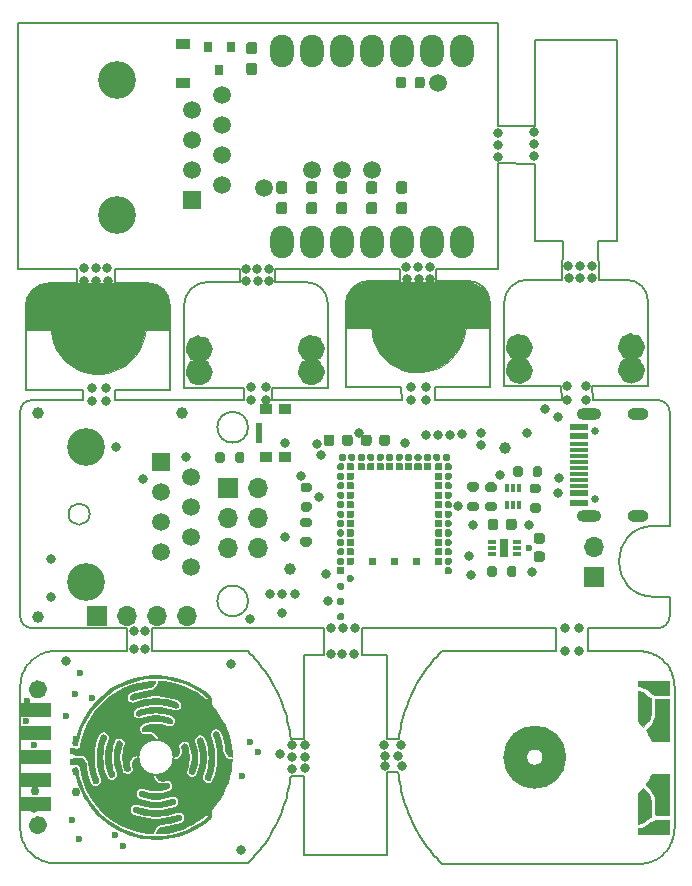
<source format=gbr>
%TF.GenerationSoftware,KiCad,Pcbnew,(5.1.10)-1*%
%TF.CreationDate,2021-10-06T18:17:39-05:00*%
%TF.ProjectId,BYTE_PANELkicad_pcb,42595445-5f50-4414-9e45-4c6b69636164,v2.2*%
%TF.SameCoordinates,Original*%
%TF.FileFunction,Soldermask,Top*%
%TF.FilePolarity,Negative*%
%FSLAX46Y46*%
G04 Gerber Fmt 4.6, Leading zero omitted, Abs format (unit mm)*
G04 Created by KiCad (PCBNEW (5.1.10)-1) date 2021-10-06 18:17:39*
%MOMM*%
%LPD*%
G01*
G04 APERTURE LIST*
%TA.AperFunction,Profile*%
%ADD10C,0.200000*%
%TD*%
%ADD11C,1.500000*%
%ADD12C,0.800000*%
%ADD13C,0.010000*%
%ADD14C,2.000000*%
%ADD15C,0.100000*%
%ADD16C,1.000000*%
%ADD17O,1.700000X1.700000*%
%ADD18R,1.700000X1.700000*%
%ADD19R,0.550000X1.700000*%
%ADD20R,1.000000X0.900000*%
%ADD21R,0.400000X0.700000*%
%ADD22R,1.650000X0.300000*%
%ADD23R,1.650000X0.600000*%
%ADD24C,0.650000*%
%ADD25O,1.800000X1.000000*%
%ADD26O,2.100000X1.000000*%
%ADD27R,0.650000X1.650000*%
%ADD28R,0.700000X0.300000*%
%ADD29C,1.500000*%
%ADD30R,1.500000X1.500000*%
%ADD31C,3.200000*%
%ADD32R,2.700000X1.200000*%
%ADD33O,1.998980X2.748280*%
%ADD34R,0.800000X0.900000*%
%ADD35R,1.200000X0.900000*%
%ADD36C,0.800000*%
%ADD37C,0.600000*%
%ADD38C,0.750000*%
G04 APERTURE END LIST*
D10*
X168690379Y-96462228D02*
X169130379Y-96462228D01*
X148898100Y-64072180D02*
X148888100Y-65112180D01*
X151918100Y-64072180D02*
X151938100Y-65112180D01*
X145638100Y-94510004D02*
X145638100Y-96762180D01*
X142458100Y-96762180D02*
X142458100Y-94510004D01*
X145638100Y-96762180D02*
X147788100Y-96762180D01*
X162068100Y-94510004D02*
X145638100Y-94510004D01*
X147788100Y-96762180D02*
X147788100Y-103892180D01*
X140778100Y-103872180D02*
X140798100Y-96762180D01*
X157156100Y-55162180D02*
X160298100Y-55182180D01*
X160298100Y-51992180D02*
X157158100Y-51992180D01*
X160298100Y-61762180D02*
X160298100Y-55182180D01*
X157156100Y-43242180D02*
X157158100Y-51992180D01*
X162658100Y-61762180D02*
X162578100Y-65012180D01*
X165708100Y-65012180D02*
X165648100Y-61762180D01*
X167298100Y-61762180D02*
X165648100Y-61762180D01*
X168087294Y-65021970D02*
X165708100Y-65012180D01*
X154687294Y-65121970D02*
X151938100Y-65112180D01*
X157156100Y-64070180D02*
X151918100Y-64072180D01*
X162658100Y-61762180D02*
X160298100Y-61762180D01*
X160298100Y-51992180D02*
X160298100Y-44762180D01*
X160298100Y-44762180D02*
X167298100Y-44762180D01*
X167298100Y-44762180D02*
X167298100Y-61762180D01*
X147798100Y-106722180D02*
X147798100Y-113762180D01*
X140798100Y-96762180D02*
X142458100Y-96762180D01*
X140798100Y-113762180D02*
X140798100Y-107012180D01*
X147798100Y-113762180D02*
X140798100Y-113762180D01*
X138338100Y-65222180D02*
X138338100Y-64072180D01*
X135318100Y-64070180D02*
X135318100Y-65212180D01*
X135318100Y-65212180D02*
X132588100Y-65212180D01*
X148898100Y-64072180D02*
X138338100Y-64072180D01*
X124748100Y-64070180D02*
X124738100Y-65322180D01*
X121508100Y-65312180D02*
X121528100Y-64070180D01*
X135318100Y-64070180D02*
X124748100Y-64070180D01*
X127587294Y-65321970D02*
X124738100Y-65322180D01*
X162558100Y-74012180D02*
X162588100Y-75210004D01*
X165188100Y-75202180D02*
X165178100Y-74002180D01*
X165178100Y-74002180D02*
X169888100Y-74012180D01*
X165190000Y-75200004D02*
X170720000Y-75210004D01*
X151848100Y-74112180D02*
X151828100Y-75210004D01*
X149018100Y-75210004D02*
X149008100Y-74112180D01*
X151828100Y-75210004D02*
X162588100Y-75210004D01*
X151848100Y-74112180D02*
X156488100Y-74112180D01*
X138088100Y-74212180D02*
X138078100Y-75210004D01*
X135658100Y-74212180D02*
X135678100Y-75210004D01*
X138078100Y-75210004D02*
X149018100Y-75210004D01*
X130588100Y-74212180D02*
X135658100Y-74212180D01*
X122048100Y-75210004D02*
X122038100Y-74312180D01*
X124798100Y-75210004D02*
X124778100Y-74312180D01*
X124798100Y-75210004D02*
X135678100Y-75210004D01*
X124778100Y-74312180D02*
X129388100Y-74312180D01*
X169888100Y-74012180D02*
X169878310Y-66814500D01*
X157688100Y-74012180D02*
X157688100Y-67012180D01*
X157688100Y-74012180D02*
X162558100Y-74012180D01*
X157688100Y-67012180D02*
G75*
G02*
X159688100Y-65012180I2000000J0D01*
G01*
X168087294Y-65021969D02*
G75*
G02*
X169878309Y-66814499I806J-1790211D01*
G01*
X162578100Y-65012180D02*
X159688100Y-65012180D01*
X144288100Y-74112180D02*
X149008100Y-74112180D01*
X154687294Y-65121969D02*
G75*
G02*
X156478309Y-66914499I806J-1790211D01*
G01*
X156488100Y-74112180D02*
X156478310Y-66914500D01*
X148888100Y-65112180D02*
X146288100Y-65112180D01*
X144288100Y-67112180D02*
G75*
G02*
X146288100Y-65112180I2000000J0D01*
G01*
X144288100Y-74112180D02*
X144288100Y-67112180D01*
X138088100Y-74212180D02*
X142788100Y-74212180D01*
X140987294Y-65221969D02*
G75*
G02*
X142778309Y-67014499I806J-1790211D01*
G01*
X142788100Y-74212180D02*
X142778310Y-67014500D01*
X140985780Y-65221970D02*
X138338100Y-65222180D01*
X130588100Y-67212180D02*
G75*
G02*
X132588100Y-65212180I2000000J0D01*
G01*
X130588100Y-74212180D02*
X130588100Y-67212180D01*
X162068100Y-94510004D02*
X162068100Y-96462228D01*
X164768100Y-94510004D02*
X164768100Y-96462228D01*
X142458100Y-94510004D02*
X127868100Y-94510004D01*
X162068100Y-96462228D02*
X152439691Y-96462228D01*
X125768100Y-94510004D02*
X125768100Y-96442180D01*
X127868100Y-96442180D02*
X127868100Y-94510004D01*
X170720000Y-94510004D02*
X164768100Y-94510004D01*
X135996509Y-96442180D02*
X127868100Y-96442180D01*
X121508100Y-65312180D02*
X119188100Y-65312180D01*
X117188100Y-74312180D02*
X122038100Y-74312180D01*
X129388100Y-74312180D02*
X129378310Y-67114500D01*
X117188100Y-67312180D02*
G75*
G02*
X119188100Y-65312180I2000000J0D01*
G01*
X127587294Y-65321969D02*
G75*
G02*
X129378309Y-67114499I806J-1790211D01*
G01*
X117188100Y-74312180D02*
X117188100Y-67312180D01*
D11*
X141769392Y-72804360D02*
G75*
G03*
X141769392Y-72804360I-393192J0D01*
G01*
X141769392Y-70834360D02*
G75*
G03*
X141769392Y-70834360I-393192J0D01*
G01*
X132269392Y-72824360D02*
G75*
G03*
X132269392Y-72824360I-393192J0D01*
G01*
X132269392Y-70874360D02*
G75*
G03*
X132269392Y-70874360I-393192J0D01*
G01*
D10*
X149664215Y-100587209D02*
X149547799Y-100875525D01*
X149788569Y-100301830D02*
X149664215Y-100587209D01*
X151018880Y-98140002D02*
X150841610Y-98397203D01*
X148785800Y-103890832D02*
X147788100Y-103892180D01*
X147798100Y-106722180D02*
X148751404Y-106721733D01*
X149338778Y-101460413D02*
X149243528Y-101756746D01*
X150669631Y-98658399D02*
X150505589Y-98923432D01*
X148830779Y-103580469D02*
X148785800Y-103890832D01*
X151791463Y-97153663D02*
X151587734Y-97393613D01*
X148785800Y-107033576D02*
X148830779Y-107343939D01*
X149547799Y-100875525D02*
X149439320Y-101166646D01*
X150505589Y-98923432D02*
X150349485Y-99192195D01*
X149076841Y-102356449D02*
X149002758Y-102659582D01*
X149243528Y-101756746D02*
X149156216Y-102055460D01*
X151391942Y-97638088D02*
X151201443Y-97886928D01*
X168690379Y-96462228D02*
X164768100Y-96462228D01*
X169426712Y-96476886D02*
X169278545Y-96465906D01*
X151587734Y-97393613D02*
X151391942Y-97638088D01*
X152439691Y-96462228D02*
X152217441Y-96687838D01*
X149664215Y-110337199D02*
X149788569Y-110622578D01*
X149918215Y-110904914D02*
X150053152Y-111184049D01*
X149076841Y-108567959D02*
X149156216Y-108868948D01*
X149243528Y-109167662D02*
X149338778Y-109463995D01*
X149156216Y-108868948D02*
X149243528Y-109167662D01*
X149002758Y-108264826D02*
X149076841Y-108567959D01*
X150198673Y-111459851D02*
X150349485Y-111732213D01*
X149788569Y-110622578D02*
X149918215Y-110904914D01*
X170000857Y-114332508D02*
X170141086Y-114286523D01*
X148936612Y-102964707D02*
X148881050Y-103271716D01*
X169717753Y-114404025D02*
X169860628Y-114371719D01*
X170670252Y-114036598D02*
X170794606Y-113958149D01*
X149439320Y-109757762D02*
X149547799Y-110048883D01*
X149547799Y-110048883D02*
X149664215Y-110337199D01*
X170410961Y-114174552D02*
X170540606Y-114108776D01*
X169572233Y-114429319D02*
X169717753Y-114404025D01*
X149338778Y-109463995D02*
X149439320Y-109757762D01*
X170913668Y-113873536D02*
X171030085Y-113782810D01*
X169278545Y-114458502D02*
X169426712Y-114447522D01*
X148881050Y-107652692D02*
X148936612Y-107959701D01*
X150053152Y-111184049D02*
X150198673Y-111459851D01*
X172038146Y-112193460D02*
X172069896Y-112050188D01*
X148936612Y-107959701D02*
X149002758Y-108264826D01*
X149918215Y-100019494D02*
X149788569Y-100301830D01*
X170141086Y-96637885D02*
X170000857Y-96591900D01*
X152000483Y-96918369D02*
X151791463Y-97153663D01*
X148881050Y-103271716D02*
X148830779Y-103580469D01*
X150198673Y-99464557D02*
X150053152Y-99740359D01*
X169278545Y-96465906D02*
X169130379Y-96462228D01*
X152217441Y-96687838D02*
X152000483Y-96918369D01*
X172038146Y-98730948D02*
X171998459Y-98589713D01*
X150841610Y-98397203D02*
X150669631Y-98658399D01*
X171900563Y-98314150D02*
X171842355Y-98180351D01*
X151201443Y-97886928D02*
X151018880Y-98140002D01*
X150053152Y-99740359D02*
X149918215Y-100019494D01*
X148751404Y-106721733D02*
X148785800Y-107033576D01*
X149002758Y-102659582D02*
X148936612Y-102964707D01*
X149439320Y-101166646D02*
X149338778Y-101460413D01*
X150349485Y-99192195D02*
X150198673Y-99464557D01*
X170276023Y-96690563D02*
X170141086Y-96637885D01*
X148830779Y-107343939D02*
X148881050Y-107652692D01*
X149156216Y-102055460D02*
X149076841Y-102356449D01*
X172125459Y-99313454D02*
X172114875Y-99165711D01*
X170141086Y-114286523D02*
X170276023Y-114233845D01*
X152000483Y-114006039D02*
X152217441Y-114236570D01*
X151587734Y-113530795D02*
X151791463Y-113770745D01*
X151018880Y-112784406D02*
X151201443Y-113037480D01*
X171625397Y-113126591D02*
X171704772Y-113002476D01*
X171998459Y-112334695D02*
X172038146Y-112193460D01*
X171842355Y-112744057D02*
X171900563Y-112610258D01*
X150841610Y-112527205D02*
X151018880Y-112784406D01*
X150349485Y-111732213D02*
X150505589Y-112000976D01*
X169426712Y-114447522D02*
X169572233Y-114429319D01*
X170540606Y-114108776D02*
X170670252Y-114036598D01*
X150505589Y-112000976D02*
X150669631Y-112266009D01*
X172125459Y-111610954D02*
X172128104Y-111462206D01*
X161707278Y-105453754D02*
G75*
G03*
X161707278Y-105453754I-1500000J0D01*
G01*
X152217441Y-114236570D02*
X152439691Y-114462180D01*
X172096354Y-111905197D02*
X172114875Y-111758697D01*
X171030085Y-113782810D02*
X171143856Y-113686105D01*
X172069896Y-112050188D02*
X172096354Y-111905197D01*
X171540730Y-113247003D02*
X171625397Y-113126591D01*
X150669631Y-112266009D02*
X150841610Y-112527205D01*
X172114875Y-111758697D02*
X172125459Y-111610954D01*
X171776209Y-112874867D02*
X171842355Y-112744057D01*
X170276023Y-114233845D02*
X170410961Y-114174552D01*
X170670252Y-96887810D02*
X170540606Y-96815632D01*
X169572233Y-96495089D02*
X169426712Y-96476886D01*
X172128104Y-99462202D02*
X172125459Y-99313454D01*
X170410961Y-96749856D02*
X170276023Y-96690563D01*
X171450772Y-97560935D02*
X171352876Y-97448699D01*
X171704772Y-97921932D02*
X171625397Y-97797817D01*
X170913668Y-97050872D02*
X170794606Y-96966259D01*
X170000857Y-96591900D02*
X169860628Y-96552689D01*
X172114875Y-99165711D02*
X172096354Y-99019211D01*
X171625397Y-97797817D02*
X171540730Y-97677405D01*
X169717753Y-96520383D02*
X169572233Y-96495089D01*
X169130379Y-114462180D02*
X169278545Y-114458502D01*
X151391942Y-113286320D02*
X151587734Y-113530795D01*
X169860628Y-114371719D02*
X170000857Y-114332508D01*
X151791463Y-113770745D02*
X152000483Y-114006039D01*
X171900563Y-112610258D02*
X171953480Y-112473706D01*
X171450772Y-113363473D02*
X171540730Y-113247003D01*
X171143856Y-113686105D02*
X171249689Y-113583525D01*
X171953480Y-112473706D02*
X171998459Y-112334695D01*
X151201443Y-113037480D02*
X151391942Y-113286320D01*
X171352876Y-113475709D02*
X171450772Y-113363473D01*
X152439691Y-114462180D02*
X169130379Y-114462180D01*
X170794606Y-113958149D02*
X170913668Y-113873536D01*
X171704772Y-113002476D02*
X171776209Y-112874867D01*
X171249689Y-113583525D02*
X171352876Y-113475709D01*
X171842355Y-98180351D02*
X171776209Y-98049541D01*
X171143856Y-97238303D02*
X171030085Y-97141598D01*
X169860628Y-96552689D02*
X169717753Y-96520383D01*
X171776209Y-98049541D02*
X171704772Y-97921932D01*
X170794606Y-96966259D02*
X170670252Y-96887810D01*
X172069896Y-98874220D02*
X172038146Y-98730948D01*
X172128104Y-111462206D02*
X172128104Y-99462202D01*
X171352876Y-97448699D02*
X171249689Y-97340883D01*
X171249689Y-97340883D02*
X171143856Y-97238303D01*
X171030085Y-97141598D02*
X170913668Y-97050872D01*
X172096354Y-99019211D02*
X172069896Y-98874220D01*
X170540606Y-96815632D02*
X170410961Y-96749856D01*
X171998459Y-98589713D02*
X171953480Y-98450702D01*
X171540730Y-97677405D02*
X171450772Y-97560935D01*
X171953480Y-98450702D02*
X171900563Y-98314150D01*
D11*
X159369392Y-70734360D02*
G75*
G03*
X159369392Y-70734360I-393192J0D01*
G01*
X159369392Y-72684360D02*
G75*
G03*
X159369392Y-72684360I-393192J0D01*
G01*
X168869392Y-70694360D02*
G75*
G03*
X168869392Y-70694360I-393192J0D01*
G01*
X168869392Y-72664360D02*
G75*
G03*
X168869392Y-72664360I-393192J0D01*
G01*
D10*
X117720000Y-94510004D02*
G75*
G02*
X116720000Y-93510004I0J1000000D01*
G01*
X170720000Y-75210004D02*
G75*
G02*
X171720000Y-76210004I0J-1000000D01*
G01*
X170420000Y-91860004D02*
X171720000Y-91860004D01*
X125768100Y-94510004D02*
X117720000Y-94510004D01*
X116720000Y-76210004D02*
G75*
G02*
X117720000Y-75210004I1000000J0D01*
G01*
X122620000Y-84860004D02*
G75*
G03*
X122620000Y-84860004I-900000J0D01*
G01*
X136020001Y-77510004D02*
G75*
G03*
X136020001Y-77510004I-1300001J0D01*
G01*
X170420000Y-91860004D02*
G75*
G02*
X170420000Y-85860004I0J3000000D01*
G01*
X136020001Y-92210004D02*
G75*
G03*
X136020001Y-92210004I-1300001J0D01*
G01*
X171720000Y-91860004D02*
X171720000Y-93510004D01*
X171720000Y-93510004D02*
G75*
G02*
X170720000Y-94510004I-1000000J0D01*
G01*
X116720000Y-93510004D02*
X116720000Y-76210004D01*
X171720000Y-85860004D02*
X170420000Y-85860004D01*
X117720000Y-75210004D02*
X122048100Y-75210004D01*
X171720000Y-76210004D02*
X171720000Y-85860004D01*
X116748096Y-99442154D02*
X116748096Y-111442158D01*
D12*
X118628922Y-111200606D02*
G75*
G03*
X118628922Y-111200606I-400000J0D01*
G01*
X118628922Y-99700606D02*
G75*
G03*
X118628922Y-99700606I-400000J0D01*
G01*
D10*
X116806304Y-112030140D02*
X116838054Y-112173412D01*
X118081594Y-113938101D02*
X118205948Y-114016550D01*
X119015572Y-114351671D02*
X119158447Y-114383977D01*
X117099991Y-112854819D02*
X117171428Y-112982428D01*
X117732344Y-113666057D02*
X117846115Y-113762762D01*
X117033845Y-112724009D02*
X117099991Y-112854819D01*
X117962532Y-113853488D02*
X118081594Y-113938101D01*
X116761325Y-111738649D02*
X116779846Y-111885149D01*
X117250803Y-113106543D02*
X117335470Y-113226955D01*
X119158447Y-114383977D02*
X119303967Y-114409271D01*
X118205948Y-114016550D02*
X118335594Y-114088728D01*
X117171428Y-112982428D02*
X117250803Y-113106543D01*
X118875343Y-114312460D02*
X119015572Y-114351671D01*
X117425428Y-113343425D02*
X117523324Y-113455661D01*
X118465239Y-114154504D02*
X118600177Y-114213797D01*
X116748096Y-111442158D02*
X116750741Y-111590906D01*
X119303967Y-114409271D02*
X119449488Y-114427474D01*
X116922720Y-112453658D02*
X116975637Y-112590210D01*
X117335470Y-113226955D02*
X117425428Y-113343425D01*
X116877741Y-112314647D02*
X116922720Y-112453658D01*
X118335594Y-114088728D02*
X118465239Y-114154504D01*
X116779846Y-111885149D02*
X116806304Y-112030140D01*
X117846115Y-113762762D02*
X117962532Y-113853488D01*
X117626511Y-113563477D02*
X117732344Y-113666057D01*
X117523324Y-113455661D02*
X117626511Y-113563477D01*
X116750741Y-111590906D02*
X116761325Y-111738649D01*
X116975637Y-112590210D02*
X117033845Y-112724009D01*
X118735114Y-114266475D02*
X118875343Y-114312460D01*
X116838054Y-112173412D02*
X116877741Y-112314647D01*
X118600177Y-114213797D02*
X118735114Y-114266475D01*
X119597655Y-114438454D02*
X119745821Y-114442132D01*
X139555150Y-107632644D02*
X139605421Y-107323891D01*
X136218759Y-114216522D02*
X136435717Y-113985991D01*
X136435717Y-113985991D02*
X136644737Y-113750697D01*
X137234757Y-113017432D02*
X137417320Y-112764358D01*
X137594590Y-112507157D02*
X137766569Y-112245961D01*
X138086715Y-111712165D02*
X138237527Y-111439803D01*
X138237527Y-111439803D02*
X138383048Y-111164001D01*
X138517985Y-110884866D02*
X138647631Y-110602530D01*
X139279984Y-108848900D02*
X139359359Y-108547911D01*
X138996880Y-109737714D02*
X139097422Y-109443947D01*
X139433442Y-108244778D02*
X139499588Y-107939653D01*
X139605421Y-103560421D02*
X139555150Y-103251668D01*
X140778100Y-103872180D02*
X139650400Y-103870784D01*
X138383048Y-111164001D02*
X138517985Y-110884866D01*
X139097422Y-109443947D02*
X139192672Y-109147614D01*
X139650400Y-107013528D02*
X140798100Y-107012180D01*
X139359359Y-108547911D02*
X139433442Y-108244778D01*
X135996509Y-114442132D02*
X136218759Y-114216522D01*
X136644737Y-113750697D02*
X136848466Y-113510747D01*
X136848466Y-113510747D02*
X137044258Y-113266272D01*
X137417320Y-112764358D02*
X137594590Y-112507157D01*
X138647631Y-110602530D02*
X138771985Y-110317151D01*
X138771985Y-110317151D02*
X138888401Y-110028835D01*
X119449488Y-114427474D02*
X119597655Y-114438454D01*
X119745821Y-114442132D02*
X135996509Y-114442132D01*
X137044258Y-113266272D02*
X137234757Y-113017432D01*
X137930611Y-111980928D02*
X138086715Y-111712165D01*
X139192672Y-109147614D02*
X139279984Y-108848900D01*
X139650400Y-103870784D02*
X139605421Y-103560421D01*
X138888401Y-110028835D02*
X138996880Y-109737714D01*
X139605421Y-107323891D02*
X139650400Y-107013528D01*
X137766569Y-112245961D02*
X137930611Y-111980928D01*
X139499588Y-107939653D02*
X139555150Y-107632644D01*
X139279984Y-102035412D02*
X139192672Y-101736698D01*
X138647631Y-100281782D02*
X138517985Y-99999446D01*
X138237527Y-99444509D02*
X138086715Y-99172147D01*
X139555150Y-103251668D02*
X139499588Y-102944659D01*
X139499588Y-102944659D02*
X139433442Y-102639534D01*
X139433442Y-102639534D02*
X139359359Y-102336401D01*
X138996880Y-101146598D02*
X138888401Y-100855477D01*
X138771985Y-100567161D02*
X138647631Y-100281782D01*
X139192672Y-101736698D02*
X139097422Y-101440365D01*
X139359359Y-102336401D02*
X139279984Y-102035412D01*
X139097422Y-101440365D02*
X138996880Y-101146598D01*
X138888401Y-100855477D02*
X138771985Y-100567161D01*
X138383048Y-99720311D02*
X138237527Y-99444509D01*
X138517985Y-99999446D02*
X138383048Y-99720311D01*
X116838054Y-98710900D02*
X116806304Y-98854172D01*
X119597655Y-96445858D02*
X119449488Y-96456838D01*
X117962532Y-97030824D02*
X117846115Y-97121550D01*
X119303967Y-96475041D02*
X119158447Y-96500335D01*
X118465239Y-96729808D02*
X118335594Y-96795584D01*
X118205948Y-96867762D02*
X118081594Y-96946211D01*
X119158447Y-96500335D02*
X119015572Y-96532641D01*
X118875343Y-96571852D02*
X118735114Y-96617837D01*
X116806304Y-98854172D02*
X116779846Y-98999163D01*
X138086715Y-99172147D02*
X137930611Y-98903384D01*
X136218759Y-96667790D02*
X135996509Y-96442180D01*
X137930611Y-98903384D02*
X137766569Y-98638351D01*
X137766569Y-98638351D02*
X137594590Y-98377155D01*
X118600177Y-96670515D02*
X118465239Y-96729808D01*
X137594590Y-98377155D02*
X137417320Y-98119954D01*
X137417320Y-98119954D02*
X137234757Y-97866880D01*
X116750741Y-99293406D02*
X116748096Y-99442154D01*
X136848466Y-97373565D02*
X136644737Y-97133615D01*
X117335470Y-97657357D02*
X117250803Y-97777769D01*
X117250803Y-97777769D02*
X117171428Y-97901884D01*
X117099991Y-98029493D02*
X117033845Y-98160303D01*
X116761325Y-99145663D02*
X116750741Y-99293406D01*
X136435717Y-96898321D02*
X136218759Y-96667790D01*
X118735114Y-96617837D02*
X118600177Y-96670515D01*
X118335594Y-96795584D02*
X118205948Y-96867762D01*
X117846115Y-97121550D02*
X117732344Y-97218255D01*
X116779846Y-98999163D02*
X116761325Y-99145663D01*
X129728922Y-105450606D02*
G75*
G03*
X129728922Y-105450606I-1500000J0D01*
G01*
X119449488Y-96456838D02*
X119303967Y-96475041D01*
X117033845Y-98160303D02*
X116975637Y-98294102D01*
X116877741Y-98569665D02*
X116838054Y-98710900D01*
X117732344Y-97218255D02*
X117626511Y-97320835D01*
X117523324Y-97428651D02*
X117425428Y-97540887D01*
X117425428Y-97540887D02*
X117335470Y-97657357D01*
X116975637Y-98294102D02*
X116922720Y-98430654D01*
X116922720Y-98430654D02*
X116877741Y-98569665D01*
X137234757Y-97866880D02*
X137044258Y-97618040D01*
X117171428Y-97901884D02*
X117099991Y-98029493D01*
X137044258Y-97618040D02*
X136848466Y-97373565D01*
X136644737Y-97133615D02*
X136435717Y-96898321D01*
X117626511Y-97320835D02*
X117523324Y-97428651D01*
X118081594Y-96946211D02*
X117962532Y-97030824D01*
X125768100Y-96442180D02*
X119745821Y-96442180D01*
X119015572Y-96532641D02*
X118875343Y-96571852D01*
X119745821Y-96442180D02*
X119597655Y-96445858D01*
X116516100Y-43242180D02*
X157156100Y-43242180D01*
X116516100Y-64070180D02*
X116516100Y-43242180D01*
X121528100Y-64070180D02*
X116516100Y-64070180D01*
X157156100Y-55162180D02*
X157156100Y-64070180D01*
D13*
%TO.C,J1*%
G36*
X171640808Y-111969479D02*
G01*
X171640808Y-110741812D01*
X171138100Y-110742180D01*
X170925963Y-110743659D01*
X170749831Y-110748880D01*
X170616654Y-110758563D01*
X170616654Y-111122812D01*
X170713296Y-111141947D01*
X170807659Y-111193536D01*
X170887639Y-111268856D01*
X170939753Y-111355646D01*
X170958406Y-111438344D01*
X170959681Y-111533817D01*
X170944159Y-111620913D01*
X170931607Y-111652207D01*
X170884144Y-111709845D01*
X170808876Y-111765219D01*
X170719829Y-111809581D01*
X170642850Y-111832268D01*
X170564340Y-111833831D01*
X170477160Y-111807184D01*
X170469764Y-111803965D01*
X170371418Y-111741204D01*
X170304638Y-111658976D01*
X170267920Y-111564246D01*
X170259763Y-111463979D01*
X170278665Y-111365141D01*
X170323123Y-111274698D01*
X170391636Y-111199615D01*
X170482701Y-111146856D01*
X170594816Y-111123388D01*
X170616654Y-111122812D01*
X170616654Y-110758563D01*
X170603426Y-110759525D01*
X170480470Y-110777278D01*
X170374683Y-110803822D01*
X170279789Y-110840839D01*
X170189508Y-110890014D01*
X170097562Y-110953029D01*
X169997674Y-111031568D01*
X169968384Y-111055774D01*
X169804816Y-111184202D01*
X169657543Y-111281742D01*
X169518584Y-111352187D01*
X169379958Y-111399331D01*
X169233685Y-111426967D01*
X169174576Y-111433131D01*
X169016142Y-111446524D01*
X169016142Y-111969479D01*
X171640808Y-111969479D01*
G37*
X171640808Y-111969479D02*
X171640808Y-110741812D01*
X171138100Y-110742180D01*
X170925963Y-110743659D01*
X170749831Y-110748880D01*
X170616654Y-110758563D01*
X170616654Y-111122812D01*
X170713296Y-111141947D01*
X170807659Y-111193536D01*
X170887639Y-111268856D01*
X170939753Y-111355646D01*
X170958406Y-111438344D01*
X170959681Y-111533817D01*
X170944159Y-111620913D01*
X170931607Y-111652207D01*
X170884144Y-111709845D01*
X170808876Y-111765219D01*
X170719829Y-111809581D01*
X170642850Y-111832268D01*
X170564340Y-111833831D01*
X170477160Y-111807184D01*
X170469764Y-111803965D01*
X170371418Y-111741204D01*
X170304638Y-111658976D01*
X170267920Y-111564246D01*
X170259763Y-111463979D01*
X170278665Y-111365141D01*
X170323123Y-111274698D01*
X170391636Y-111199615D01*
X170482701Y-111146856D01*
X170594816Y-111123388D01*
X170616654Y-111122812D01*
X170616654Y-110758563D01*
X170603426Y-110759525D01*
X170480470Y-110777278D01*
X170374683Y-110803822D01*
X170279789Y-110840839D01*
X170189508Y-110890014D01*
X170097562Y-110953029D01*
X169997674Y-111031568D01*
X169968384Y-111055774D01*
X169804816Y-111184202D01*
X169657543Y-111281742D01*
X169518584Y-111352187D01*
X169379958Y-111399331D01*
X169233685Y-111426967D01*
X169174576Y-111433131D01*
X169016142Y-111446524D01*
X169016142Y-111969479D01*
X171640808Y-111969479D01*
G36*
X169905858Y-107971332D02*
G01*
X170082514Y-108161725D01*
X170230647Y-108355217D01*
X170345649Y-108545425D01*
X170392557Y-108645019D01*
X170421322Y-108728323D01*
X170444685Y-108830511D01*
X170463012Y-108955541D01*
X170476670Y-109107373D01*
X170486024Y-109289965D01*
X170491441Y-109507276D01*
X170493248Y-109733642D01*
X170494263Y-109867664D01*
X170496603Y-109997021D01*
X170499987Y-110111679D01*
X170504134Y-110201602D01*
X170507594Y-110246934D01*
X170521192Y-110377039D01*
X171636995Y-110377039D01*
X171636995Y-106842206D01*
X170645444Y-106842206D01*
X170645444Y-107117263D01*
X170753030Y-107146721D01*
X170850164Y-107212573D01*
X170911533Y-107285048D01*
X170953940Y-107384011D01*
X170957950Y-107492962D01*
X170923814Y-107604611D01*
X170899017Y-107649212D01*
X170818100Y-107742180D01*
X170717259Y-107797885D01*
X170600870Y-107815872D01*
X170496006Y-107800571D01*
X170404024Y-107751603D01*
X170329831Y-107680942D01*
X170265943Y-107580260D01*
X170242906Y-107473809D01*
X170260708Y-107366888D01*
X170319341Y-107264796D01*
X170330667Y-107251350D01*
X170427195Y-107169167D01*
X170534477Y-107124608D01*
X170645444Y-107117263D01*
X170645444Y-106842206D01*
X170219131Y-106842206D01*
X170082672Y-107114524D01*
X170020759Y-107234880D01*
X169952367Y-107362645D01*
X169885706Y-107482762D01*
X169828984Y-107580168D01*
X169827759Y-107582192D01*
X169709304Y-107777541D01*
X169905858Y-107971332D01*
G37*
X169905858Y-107971332D02*
X170082514Y-108161725D01*
X170230647Y-108355217D01*
X170345649Y-108545425D01*
X170392557Y-108645019D01*
X170421322Y-108728323D01*
X170444685Y-108830511D01*
X170463012Y-108955541D01*
X170476670Y-109107373D01*
X170486024Y-109289965D01*
X170491441Y-109507276D01*
X170493248Y-109733642D01*
X170494263Y-109867664D01*
X170496603Y-109997021D01*
X170499987Y-110111679D01*
X170504134Y-110201602D01*
X170507594Y-110246934D01*
X170521192Y-110377039D01*
X171636995Y-110377039D01*
X171636995Y-106842206D01*
X170645444Y-106842206D01*
X170645444Y-107117263D01*
X170753030Y-107146721D01*
X170850164Y-107212573D01*
X170911533Y-107285048D01*
X170953940Y-107384011D01*
X170957950Y-107492962D01*
X170923814Y-107604611D01*
X170899017Y-107649212D01*
X170818100Y-107742180D01*
X170717259Y-107797885D01*
X170600870Y-107815872D01*
X170496006Y-107800571D01*
X170404024Y-107751603D01*
X170329831Y-107680942D01*
X170265943Y-107580260D01*
X170242906Y-107473809D01*
X170260708Y-107366888D01*
X170319341Y-107264796D01*
X170330667Y-107251350D01*
X170427195Y-107169167D01*
X170534477Y-107124608D01*
X170645444Y-107117263D01*
X170645444Y-106842206D01*
X170219131Y-106842206D01*
X170082672Y-107114524D01*
X170020759Y-107234880D01*
X169952367Y-107362645D01*
X169885706Y-107482762D01*
X169828984Y-107580168D01*
X169827759Y-107582192D01*
X169709304Y-107777541D01*
X169905858Y-107971332D01*
G36*
X169015182Y-109706635D02*
G01*
X169015679Y-109930464D01*
X169016670Y-110143645D01*
X169018100Y-110342046D01*
X169019917Y-110521533D01*
X169022064Y-110677973D01*
X169024490Y-110807232D01*
X169027140Y-110905178D01*
X169029959Y-110967676D01*
X169031904Y-110987597D01*
X169043470Y-111039900D01*
X169061634Y-111063803D01*
X169099959Y-111069315D01*
X169140643Y-111067847D01*
X169237602Y-111048808D01*
X169352233Y-111003074D01*
X169474188Y-110935687D01*
X169593124Y-110851688D01*
X169606629Y-110840791D01*
X169686584Y-110776430D01*
X169776370Y-110705939D01*
X169867994Y-110635390D01*
X169953467Y-110570856D01*
X170024797Y-110518409D01*
X170073995Y-110484123D01*
X170084893Y-110477312D01*
X170096677Y-110468344D01*
X170105959Y-110453560D01*
X170113068Y-110428206D01*
X170118335Y-110387526D01*
X170122090Y-110326764D01*
X170124663Y-110241165D01*
X170126386Y-110125973D01*
X170127587Y-109976432D01*
X170128275Y-109852895D01*
X170128448Y-109689756D01*
X170127389Y-109533592D01*
X170125239Y-109391423D01*
X170122138Y-109270271D01*
X170118228Y-109177155D01*
X170113651Y-109119099D01*
X170113477Y-109117760D01*
X170080168Y-108940421D01*
X170027568Y-108780792D01*
X169951173Y-108630330D01*
X169846480Y-108480488D01*
X169708985Y-108322723D01*
X169676668Y-108288966D01*
X169571703Y-108180762D01*
X169571703Y-109122755D01*
X169680788Y-109126310D01*
X169783199Y-109170368D01*
X169876332Y-109254027D01*
X169926646Y-109322808D01*
X169963564Y-109381707D01*
X169981365Y-109420498D01*
X169982251Y-109455646D01*
X169968425Y-109503615D01*
X169955731Y-109540311D01*
X169920597Y-109633222D01*
X169886641Y-109696459D01*
X169845706Y-109741642D01*
X169789637Y-109780389D01*
X169785462Y-109782851D01*
X169673844Y-109826135D01*
X169560945Y-109828572D01*
X169451854Y-109791166D01*
X169351662Y-109714920D01*
X169331591Y-109693343D01*
X169293684Y-109643814D01*
X169274676Y-109595392D01*
X169268537Y-109529640D01*
X169268311Y-109499902D01*
X169285166Y-109368773D01*
X169335190Y-109263715D01*
X169418815Y-109183957D01*
X169458550Y-109160605D01*
X169571703Y-109122755D01*
X169571703Y-108180762D01*
X169460957Y-108066597D01*
X169237460Y-108288469D01*
X169013963Y-108510340D01*
X169015182Y-109706635D01*
G37*
X169015182Y-109706635D02*
X169015679Y-109930464D01*
X169016670Y-110143645D01*
X169018100Y-110342046D01*
X169019917Y-110521533D01*
X169022064Y-110677973D01*
X169024490Y-110807232D01*
X169027140Y-110905178D01*
X169029959Y-110967676D01*
X169031904Y-110987597D01*
X169043470Y-111039900D01*
X169061634Y-111063803D01*
X169099959Y-111069315D01*
X169140643Y-111067847D01*
X169237602Y-111048808D01*
X169352233Y-111003074D01*
X169474188Y-110935687D01*
X169593124Y-110851688D01*
X169606629Y-110840791D01*
X169686584Y-110776430D01*
X169776370Y-110705939D01*
X169867994Y-110635390D01*
X169953467Y-110570856D01*
X170024797Y-110518409D01*
X170073995Y-110484123D01*
X170084893Y-110477312D01*
X170096677Y-110468344D01*
X170105959Y-110453560D01*
X170113068Y-110428206D01*
X170118335Y-110387526D01*
X170122090Y-110326764D01*
X170124663Y-110241165D01*
X170126386Y-110125973D01*
X170127587Y-109976432D01*
X170128275Y-109852895D01*
X170128448Y-109689756D01*
X170127389Y-109533592D01*
X170125239Y-109391423D01*
X170122138Y-109270271D01*
X170118228Y-109177155D01*
X170113651Y-109119099D01*
X170113477Y-109117760D01*
X170080168Y-108940421D01*
X170027568Y-108780792D01*
X169951173Y-108630330D01*
X169846480Y-108480488D01*
X169708985Y-108322723D01*
X169676668Y-108288966D01*
X169571703Y-108180762D01*
X169571703Y-109122755D01*
X169680788Y-109126310D01*
X169783199Y-109170368D01*
X169876332Y-109254027D01*
X169926646Y-109322808D01*
X169963564Y-109381707D01*
X169981365Y-109420498D01*
X169982251Y-109455646D01*
X169968425Y-109503615D01*
X169955731Y-109540311D01*
X169920597Y-109633222D01*
X169886641Y-109696459D01*
X169845706Y-109741642D01*
X169789637Y-109780389D01*
X169785462Y-109782851D01*
X169673844Y-109826135D01*
X169560945Y-109828572D01*
X169451854Y-109791166D01*
X169351662Y-109714920D01*
X169331591Y-109693343D01*
X169293684Y-109643814D01*
X169274676Y-109595392D01*
X169268537Y-109529640D01*
X169268311Y-109499902D01*
X169285166Y-109368773D01*
X169335190Y-109263715D01*
X169418815Y-109183957D01*
X169458550Y-109160605D01*
X169571703Y-109122755D01*
X169571703Y-108180762D01*
X169460957Y-108066597D01*
X169237460Y-108288469D01*
X169013963Y-108510340D01*
X169015182Y-109706635D01*
G36*
X169243532Y-102637725D02*
G01*
X169467098Y-102859597D01*
X169665884Y-102653845D01*
X169748100Y-102566161D01*
X169826797Y-102477655D01*
X169893274Y-102398395D01*
X169938827Y-102338453D01*
X169940263Y-102336345D01*
X169981568Y-102269652D01*
X170016709Y-102198654D01*
X170046314Y-102119201D01*
X170071012Y-102027141D01*
X170091431Y-101918320D01*
X170108199Y-101788588D01*
X170121945Y-101633793D01*
X170133297Y-101449782D01*
X170142883Y-101232403D01*
X170151332Y-100977505D01*
X170152612Y-100933260D01*
X170165869Y-100467422D01*
X170053293Y-100411421D01*
X169982915Y-100370217D01*
X169897646Y-100311383D01*
X169813555Y-100246158D01*
X169796350Y-100231675D01*
X169642764Y-100103578D01*
X169573424Y-100050296D01*
X169573424Y-101123758D01*
X169670032Y-101126012D01*
X169768224Y-101163050D01*
X169858813Y-101228718D01*
X169932613Y-101316860D01*
X169969562Y-101389146D01*
X169981595Y-101449895D01*
X169971039Y-101521853D01*
X169936151Y-101614954D01*
X169926058Y-101637074D01*
X169866610Y-101731339D01*
X169789447Y-101790581D01*
X169688084Y-101818750D01*
X169621666Y-101822430D01*
X169494448Y-101805971D01*
X169393708Y-101758196D01*
X169322003Y-101681510D01*
X169281892Y-101578319D01*
X169273967Y-101495529D01*
X169292029Y-101367140D01*
X169344199Y-101261186D01*
X169427446Y-101181427D01*
X169538745Y-101131622D01*
X169573424Y-101123758D01*
X169573424Y-100050296D01*
X169513495Y-100004245D01*
X169404258Y-99931234D01*
X169310768Y-99882100D01*
X169228739Y-99854400D01*
X169153887Y-99845688D01*
X169122225Y-99847231D01*
X169068579Y-99861414D01*
X169042025Y-99896544D01*
X169038783Y-99906847D01*
X169036077Y-99937271D01*
X169033461Y-100006091D01*
X169030988Y-100109370D01*
X169028708Y-100243170D01*
X169026674Y-100403556D01*
X169024935Y-100586590D01*
X169023544Y-100788333D01*
X169022551Y-101004851D01*
X169022076Y-101187808D01*
X169019967Y-102415853D01*
X169243532Y-102637725D01*
G37*
X169243532Y-102637725D02*
X169467098Y-102859597D01*
X169665884Y-102653845D01*
X169748100Y-102566161D01*
X169826797Y-102477655D01*
X169893274Y-102398395D01*
X169938827Y-102338453D01*
X169940263Y-102336345D01*
X169981568Y-102269652D01*
X170016709Y-102198654D01*
X170046314Y-102119201D01*
X170071012Y-102027141D01*
X170091431Y-101918320D01*
X170108199Y-101788588D01*
X170121945Y-101633793D01*
X170133297Y-101449782D01*
X170142883Y-101232403D01*
X170151332Y-100977505D01*
X170152612Y-100933260D01*
X170165869Y-100467422D01*
X170053293Y-100411421D01*
X169982915Y-100370217D01*
X169897646Y-100311383D01*
X169813555Y-100246158D01*
X169796350Y-100231675D01*
X169642764Y-100103578D01*
X169573424Y-100050296D01*
X169573424Y-101123758D01*
X169670032Y-101126012D01*
X169768224Y-101163050D01*
X169858813Y-101228718D01*
X169932613Y-101316860D01*
X169969562Y-101389146D01*
X169981595Y-101449895D01*
X169971039Y-101521853D01*
X169936151Y-101614954D01*
X169926058Y-101637074D01*
X169866610Y-101731339D01*
X169789447Y-101790581D01*
X169688084Y-101818750D01*
X169621666Y-101822430D01*
X169494448Y-101805971D01*
X169393708Y-101758196D01*
X169322003Y-101681510D01*
X169281892Y-101578319D01*
X169273967Y-101495529D01*
X169292029Y-101367140D01*
X169344199Y-101261186D01*
X169427446Y-101181427D01*
X169538745Y-101131622D01*
X169573424Y-101123758D01*
X169573424Y-100050296D01*
X169513495Y-100004245D01*
X169404258Y-99931234D01*
X169310768Y-99882100D01*
X169228739Y-99854400D01*
X169153887Y-99845688D01*
X169122225Y-99847231D01*
X169068579Y-99861414D01*
X169042025Y-99896544D01*
X169038783Y-99906847D01*
X169036077Y-99937271D01*
X169033461Y-100006091D01*
X169030988Y-100109370D01*
X169028708Y-100243170D01*
X169026674Y-100403556D01*
X169024935Y-100586590D01*
X169023544Y-100788333D01*
X169022551Y-101004851D01*
X169022076Y-101187808D01*
X169019967Y-102415853D01*
X169243532Y-102637725D01*
G36*
X169845600Y-103371890D02*
G01*
X169911616Y-103484708D01*
X169984011Y-103617197D01*
X170052481Y-103750122D01*
X170092034Y-103832001D01*
X170205656Y-104076167D01*
X171635725Y-104076167D01*
X171635725Y-100541334D01*
X170555387Y-100541334D01*
X170555387Y-103133886D01*
X170662562Y-103137823D01*
X170766241Y-103175593D01*
X170858756Y-103245952D01*
X170918367Y-103322873D01*
X170950391Y-103409754D01*
X170957805Y-103512573D01*
X170940757Y-103612934D01*
X170915542Y-103669939D01*
X170852473Y-103737319D01*
X170761410Y-103788684D01*
X170655586Y-103817635D01*
X170601757Y-103821702D01*
X170482044Y-103804610D01*
X170384277Y-103756455D01*
X170311172Y-103683890D01*
X170265443Y-103593565D01*
X170249806Y-103492131D01*
X170266976Y-103386240D01*
X170319666Y-103282541D01*
X170361237Y-103232490D01*
X170452389Y-103165027D01*
X170555387Y-103133886D01*
X170555387Y-100541334D01*
X170517692Y-100541334D01*
X170505911Y-100715959D01*
X170502142Y-100787233D01*
X170497963Y-100892387D01*
X170493642Y-101022972D01*
X170489445Y-101170538D01*
X170485639Y-101326639D01*
X170483677Y-101419751D01*
X170479779Y-101573303D01*
X170474453Y-101719987D01*
X170468100Y-101852180D01*
X170461118Y-101962262D01*
X170453909Y-102042612D01*
X170449268Y-102075405D01*
X170400359Y-102250942D01*
X170318851Y-102428361D01*
X170202756Y-102610915D01*
X170050087Y-102801858D01*
X169918681Y-102944015D01*
X169712787Y-103155945D01*
X169845600Y-103371890D01*
G37*
X169845600Y-103371890D02*
X169911616Y-103484708D01*
X169984011Y-103617197D01*
X170052481Y-103750122D01*
X170092034Y-103832001D01*
X170205656Y-104076167D01*
X171635725Y-104076167D01*
X171635725Y-100541334D01*
X170555387Y-100541334D01*
X170555387Y-103133886D01*
X170662562Y-103137823D01*
X170766241Y-103175593D01*
X170858756Y-103245952D01*
X170918367Y-103322873D01*
X170950391Y-103409754D01*
X170957805Y-103512573D01*
X170940757Y-103612934D01*
X170915542Y-103669939D01*
X170852473Y-103737319D01*
X170761410Y-103788684D01*
X170655586Y-103817635D01*
X170601757Y-103821702D01*
X170482044Y-103804610D01*
X170384277Y-103756455D01*
X170311172Y-103683890D01*
X170265443Y-103593565D01*
X170249806Y-103492131D01*
X170266976Y-103386240D01*
X170319666Y-103282541D01*
X170361237Y-103232490D01*
X170452389Y-103165027D01*
X170555387Y-103133886D01*
X170555387Y-100541334D01*
X170517692Y-100541334D01*
X170505911Y-100715959D01*
X170502142Y-100787233D01*
X170497963Y-100892387D01*
X170493642Y-101022972D01*
X170489445Y-101170538D01*
X170485639Y-101326639D01*
X170483677Y-101419751D01*
X170479779Y-101573303D01*
X170474453Y-101719987D01*
X170468100Y-101852180D01*
X170461118Y-101962262D01*
X170453909Y-102042612D01*
X170449268Y-102075405D01*
X170400359Y-102250942D01*
X170318851Y-102428361D01*
X170202756Y-102610915D01*
X170050087Y-102801858D01*
X169918681Y-102944015D01*
X169712787Y-103155945D01*
X169845600Y-103371890D01*
G36*
X169154251Y-99451210D02*
G01*
X169357870Y-99494220D01*
X169558705Y-99573870D01*
X169760185Y-99691840D01*
X169963876Y-99848220D01*
X170109092Y-99967066D01*
X170230830Y-100055228D01*
X170332281Y-100114897D01*
X170387209Y-100138843D01*
X170434176Y-100148709D01*
X170518100Y-100157249D01*
X170640246Y-100164534D01*
X170801878Y-100170635D01*
X171004263Y-100175623D01*
X171059251Y-100176666D01*
X171657209Y-100187446D01*
X171657209Y-98954347D01*
X170628669Y-98954347D01*
X170628669Y-99110182D01*
X170668712Y-99113580D01*
X170782601Y-99155703D01*
X170873581Y-99226005D01*
X170937827Y-99317145D01*
X170971516Y-99421779D01*
X170970826Y-99532567D01*
X170938022Y-99630741D01*
X170867608Y-99727322D01*
X170772354Y-99789635D01*
X170652176Y-99817736D01*
X170652134Y-99817740D01*
X170531847Y-99809173D01*
X170427348Y-99766475D01*
X170344168Y-99695582D01*
X170287836Y-99602428D01*
X170263881Y-99492951D01*
X170269791Y-99407323D01*
X170303776Y-99321784D01*
X170366772Y-99241852D01*
X170448663Y-99174976D01*
X170539334Y-99128603D01*
X170628669Y-99110182D01*
X170628669Y-98954347D01*
X169032543Y-98954347D01*
X169032543Y-99436302D01*
X169154251Y-99451210D01*
G37*
X169154251Y-99451210D02*
X169357870Y-99494220D01*
X169558705Y-99573870D01*
X169760185Y-99691840D01*
X169963876Y-99848220D01*
X170109092Y-99967066D01*
X170230830Y-100055228D01*
X170332281Y-100114897D01*
X170387209Y-100138843D01*
X170434176Y-100148709D01*
X170518100Y-100157249D01*
X170640246Y-100164534D01*
X170801878Y-100170635D01*
X171004263Y-100175623D01*
X171059251Y-100176666D01*
X171657209Y-100187446D01*
X171657209Y-98954347D01*
X170628669Y-98954347D01*
X170628669Y-99110182D01*
X170668712Y-99113580D01*
X170782601Y-99155703D01*
X170873581Y-99226005D01*
X170937827Y-99317145D01*
X170971516Y-99421779D01*
X170970826Y-99532567D01*
X170938022Y-99630741D01*
X170867608Y-99727322D01*
X170772354Y-99789635D01*
X170652176Y-99817736D01*
X170652134Y-99817740D01*
X170531847Y-99809173D01*
X170427348Y-99766475D01*
X170344168Y-99695582D01*
X170287836Y-99602428D01*
X170263881Y-99492951D01*
X170269791Y-99407323D01*
X170303776Y-99321784D01*
X170366772Y-99241852D01*
X170448663Y-99174976D01*
X170539334Y-99128603D01*
X170628669Y-99110182D01*
X170628669Y-98954347D01*
X169032543Y-98954347D01*
X169032543Y-99436302D01*
X169154251Y-99451210D01*
D14*
X161953697Y-105442180D02*
G75*
G03*
X161953697Y-105442180I-1655597J0D01*
G01*
D15*
G36*
X127374120Y-69056540D02*
G01*
X127374120Y-69066700D01*
X127272520Y-69704240D01*
X127127740Y-70224940D01*
X126988040Y-70628800D01*
X126706100Y-71131720D01*
X126469880Y-71459380D01*
X126030460Y-71936900D01*
X125570720Y-72302660D01*
X125047480Y-72615080D01*
X124155940Y-72907180D01*
X123553960Y-72996080D01*
X123073900Y-72988460D01*
X122558280Y-72940200D01*
X121918200Y-72762400D01*
X121334000Y-72490620D01*
X120859020Y-72178200D01*
X120480560Y-71845460D01*
X120165600Y-71502560D01*
X119931920Y-71172360D01*
X119802380Y-70979320D01*
X119553460Y-70473860D01*
X119502660Y-70263040D01*
X119416300Y-69843940D01*
X119378200Y-69396900D01*
X119248660Y-69048920D01*
X127374120Y-69056540D01*
G37*
X127374120Y-69056540D02*
X127374120Y-69066700D01*
X127272520Y-69704240D01*
X127127740Y-70224940D01*
X126988040Y-70628800D01*
X126706100Y-71131720D01*
X126469880Y-71459380D01*
X126030460Y-71936900D01*
X125570720Y-72302660D01*
X125047480Y-72615080D01*
X124155940Y-72907180D01*
X123553960Y-72996080D01*
X123073900Y-72988460D01*
X122558280Y-72940200D01*
X121918200Y-72762400D01*
X121334000Y-72490620D01*
X120859020Y-72178200D01*
X120480560Y-71845460D01*
X120165600Y-71502560D01*
X119931920Y-71172360D01*
X119802380Y-70979320D01*
X119553460Y-70473860D01*
X119502660Y-70263040D01*
X119416300Y-69843940D01*
X119378200Y-69396900D01*
X119248660Y-69048920D01*
X127374120Y-69056540D01*
G36*
X128178100Y-65522180D02*
G01*
X128878100Y-65922180D01*
X129278100Y-66722180D01*
X129378100Y-67222180D01*
X129378100Y-69277520D01*
X117178100Y-69277520D01*
X117178100Y-67222180D01*
X117268100Y-66742180D01*
X117408100Y-66362180D01*
X117638100Y-66022180D01*
X118088100Y-65632180D01*
X118388100Y-65482180D01*
X118878100Y-65322180D01*
X127678100Y-65322180D01*
X128178100Y-65522180D01*
G37*
X128178100Y-65522180D02*
X128878100Y-65922180D01*
X129278100Y-66722180D01*
X129378100Y-67222180D01*
X129378100Y-69277520D01*
X117178100Y-69277520D01*
X117178100Y-67222180D01*
X117268100Y-66742180D01*
X117408100Y-66362180D01*
X117638100Y-66022180D01*
X118088100Y-65632180D01*
X118388100Y-65482180D01*
X118878100Y-65322180D01*
X127678100Y-65322180D01*
X128178100Y-65522180D01*
G36*
X155278100Y-65382180D02*
G01*
X155978100Y-65782180D01*
X156378100Y-66582180D01*
X156478100Y-67082180D01*
X156478100Y-69137520D01*
X144278100Y-69137520D01*
X144278100Y-67082180D01*
X144368100Y-66602180D01*
X144508100Y-66222180D01*
X144738100Y-65882180D01*
X145188100Y-65492180D01*
X145488100Y-65342180D01*
X145978100Y-65182180D01*
X154778100Y-65182180D01*
X155278100Y-65382180D01*
G37*
X155278100Y-65382180D02*
X155978100Y-65782180D01*
X156378100Y-66582180D01*
X156478100Y-67082180D01*
X156478100Y-69137520D01*
X144278100Y-69137520D01*
X144278100Y-67082180D01*
X144368100Y-66602180D01*
X144508100Y-66222180D01*
X144738100Y-65882180D01*
X145188100Y-65492180D01*
X145488100Y-65342180D01*
X145978100Y-65182180D01*
X154778100Y-65182180D01*
X155278100Y-65382180D01*
G36*
X154474120Y-68916540D02*
G01*
X154474120Y-68926700D01*
X154372520Y-69564240D01*
X154227740Y-70084940D01*
X154088040Y-70488800D01*
X153806100Y-70991720D01*
X153569880Y-71319380D01*
X153130460Y-71796900D01*
X152670720Y-72162660D01*
X152147480Y-72475080D01*
X151255940Y-72767180D01*
X150653960Y-72856080D01*
X150173900Y-72848460D01*
X149658280Y-72800200D01*
X149018200Y-72622400D01*
X148434000Y-72350620D01*
X147959020Y-72038200D01*
X147580560Y-71705460D01*
X147265600Y-71362560D01*
X147031920Y-71032360D01*
X146902380Y-70839320D01*
X146653460Y-70333860D01*
X146602660Y-70123040D01*
X146516300Y-69703940D01*
X146478200Y-69256900D01*
X146348660Y-68908920D01*
X154474120Y-68916540D01*
G37*
X154474120Y-68916540D02*
X154474120Y-68926700D01*
X154372520Y-69564240D01*
X154227740Y-70084940D01*
X154088040Y-70488800D01*
X153806100Y-70991720D01*
X153569880Y-71319380D01*
X153130460Y-71796900D01*
X152670720Y-72162660D01*
X152147480Y-72475080D01*
X151255940Y-72767180D01*
X150653960Y-72856080D01*
X150173900Y-72848460D01*
X149658280Y-72800200D01*
X149018200Y-72622400D01*
X148434000Y-72350620D01*
X147959020Y-72038200D01*
X147580560Y-71705460D01*
X147265600Y-71362560D01*
X147031920Y-71032360D01*
X146902380Y-70839320D01*
X146653460Y-70333860D01*
X146602660Y-70123040D01*
X146516300Y-69703940D01*
X146478200Y-69256900D01*
X146348660Y-68908920D01*
X154474120Y-68916540D01*
%TD*%
D16*
%TO.C,J1*%
X170658100Y-99492180D03*
X169658100Y-101542180D03*
X170658100Y-103482180D03*
X170658100Y-107532180D03*
X169658100Y-109502180D03*
X170658100Y-111452180D03*
%TD*%
D15*
%TO.C,REF\u002A\u002A*%
G36*
X134575000Y-105461500D02*
G01*
X134432000Y-105411500D01*
X134305000Y-105326500D01*
X134204000Y-105213500D01*
X134135000Y-105077500D01*
X134102000Y-104929500D01*
X134051000Y-104528500D01*
X133972000Y-104131500D01*
X133867000Y-103741500D01*
X133735000Y-103359500D01*
X133674000Y-103249500D01*
X133585000Y-103162500D01*
X133474000Y-103103500D01*
X133352000Y-103077500D01*
X133227000Y-103087500D01*
X133110000Y-103132500D01*
X133010000Y-103208500D01*
X132936000Y-103309500D01*
X132894000Y-103427500D01*
X132886000Y-103552500D01*
X132914000Y-103674500D01*
X133044000Y-104061500D01*
X133143000Y-104458500D01*
X133210000Y-104861500D01*
X133243000Y-105269500D01*
X133243000Y-105677500D01*
X133210000Y-106085500D01*
X133143000Y-106488500D01*
X133044000Y-106885500D01*
X132914000Y-107272500D01*
X132863000Y-107355500D01*
X132788000Y-107417500D01*
X132696000Y-107448500D01*
X132599000Y-107447500D01*
X132508000Y-107412500D01*
X132434000Y-107348500D01*
X132387000Y-107263500D01*
X132372000Y-107167500D01*
X132390000Y-107071500D01*
X132519000Y-106684500D01*
X132612000Y-106286500D01*
X132668000Y-105881500D01*
X132687000Y-105473500D01*
X132668000Y-105065500D01*
X132612000Y-104660500D01*
X132519000Y-104262500D01*
X132390000Y-103875500D01*
X132329000Y-103765500D01*
X132240000Y-103678500D01*
X132129000Y-103619500D01*
X132007000Y-103593500D01*
X131882000Y-103603500D01*
X131765000Y-103648500D01*
X131666000Y-103724500D01*
X131591000Y-103825500D01*
X131549000Y-103943500D01*
X131541000Y-104068500D01*
X131569000Y-104190500D01*
X131685000Y-104547500D01*
X131763000Y-104913500D01*
X131802000Y-105286500D01*
X131802000Y-105660500D01*
X131763000Y-106033500D01*
X131685000Y-106399500D01*
X131569000Y-106756500D01*
X131519000Y-106839500D01*
X131443000Y-106900500D01*
X131351000Y-106932500D01*
X131254000Y-106930500D01*
X131163000Y-106896500D01*
X131089000Y-106832500D01*
X131042000Y-106747500D01*
X131027000Y-106651500D01*
X131046000Y-106555500D01*
X131143000Y-106254500D01*
X131209000Y-105945500D01*
X131242000Y-105631500D01*
X131242000Y-105315500D01*
X131209000Y-105001500D01*
X131143000Y-104692500D01*
X131046000Y-104391500D01*
X130985000Y-104282500D01*
X130895000Y-104194500D01*
X130785000Y-104135500D01*
X130662000Y-104110500D01*
X130537000Y-104120500D01*
X130420000Y-104165500D01*
X130321000Y-104241500D01*
X130247000Y-104342500D01*
X130204000Y-104459500D01*
X130196000Y-104584500D01*
X130224000Y-104706500D01*
X130257000Y-104835500D01*
X130259000Y-104968500D01*
X130229000Y-105097500D01*
X130171000Y-105216500D01*
X130086000Y-105318500D01*
X129980000Y-105397500D01*
X129858000Y-105450500D01*
X129727000Y-105472500D01*
X129707000Y-105229500D01*
X129648000Y-104993500D01*
X129552000Y-104769500D01*
X129420000Y-104564500D01*
X129257000Y-104383500D01*
X129067000Y-104230500D01*
X128855000Y-104111500D01*
X128626000Y-104027500D01*
X128386000Y-103982500D01*
X128366000Y-103830500D01*
X128314000Y-103686500D01*
X128232000Y-103556500D01*
X128126000Y-103446500D01*
X127998000Y-103361500D01*
X127855000Y-103305500D01*
X127704000Y-103280500D01*
X127551000Y-103287500D01*
X127403000Y-103327500D01*
X127308000Y-103345500D01*
X127211000Y-103330500D01*
X127126000Y-103283500D01*
X127063000Y-103209500D01*
X127028000Y-103119500D01*
X127026000Y-103021500D01*
X127058000Y-102929500D01*
X127119000Y-102854500D01*
X127202000Y-102804500D01*
X127487000Y-102711500D01*
X127780000Y-102649500D01*
X128077000Y-102618500D01*
X128377000Y-102618500D01*
X128674000Y-102649500D01*
X128967000Y-102711500D01*
X129252000Y-102804500D01*
X129374000Y-102831500D01*
X129499000Y-102824500D01*
X129617000Y-102781500D01*
X129718000Y-102707500D01*
X129794000Y-102607500D01*
X129838000Y-102490500D01*
X129849000Y-102366500D01*
X129823000Y-102243500D01*
X129764000Y-102132500D01*
X129676000Y-102043500D01*
X129567000Y-101982500D01*
X129242000Y-101874500D01*
X128908000Y-101796500D01*
X128569000Y-101749500D01*
X128227000Y-101734500D01*
X127885000Y-101749500D01*
X127546000Y-101796500D01*
X127212000Y-101874500D01*
X126887000Y-101982500D01*
X126791000Y-102001500D01*
X126695000Y-101985500D01*
X126610000Y-101938500D01*
X126546000Y-101865500D01*
X126511000Y-101774500D01*
X126510000Y-101677500D01*
X126541000Y-101585500D01*
X126603000Y-101509500D01*
X126686000Y-101459500D01*
X127060000Y-101335500D01*
X127443000Y-101245500D01*
X127834000Y-101191500D01*
X128227000Y-101173500D01*
X128620000Y-101191500D01*
X129011000Y-101245500D01*
X129394000Y-101335500D01*
X129768000Y-101459500D01*
X129890000Y-101487500D01*
X130015000Y-101479500D01*
X130133000Y-101436500D01*
X130234000Y-101362500D01*
X130310000Y-101263500D01*
X130355000Y-101146500D01*
X130365000Y-101021500D01*
X130339000Y-100898500D01*
X130280000Y-100788500D01*
X130193000Y-100698500D01*
X130083000Y-100637500D01*
X129684000Y-100502500D01*
X129274000Y-100400500D01*
X128858000Y-100332500D01*
X128438000Y-100297500D01*
X128016000Y-100297500D01*
X127596000Y-100332500D01*
X127180000Y-100400500D01*
X126770000Y-100502500D01*
X126371000Y-100637500D01*
X126275000Y-100656500D01*
X126179000Y-100641500D01*
X126094000Y-100593500D01*
X126030000Y-100520500D01*
X125995000Y-100429500D01*
X125994000Y-100332500D01*
X126025000Y-100240500D01*
X126086000Y-100164500D01*
X126170000Y-100114500D01*
X126542000Y-99986500D01*
X126922000Y-99883500D01*
X127307000Y-99807500D01*
X127698000Y-99757500D01*
X127858000Y-99725500D01*
X128008000Y-99658500D01*
X128140000Y-99562500D01*
X128249000Y-99439500D01*
X128328000Y-99295500D01*
X128375000Y-99138500D01*
X128387000Y-98975500D01*
X128882000Y-99006500D01*
X129373000Y-99075500D01*
X129857000Y-99181500D01*
X130332000Y-99323500D01*
X130794000Y-99501500D01*
X131242000Y-99715500D01*
X131672000Y-99961500D01*
X132082000Y-100240500D01*
X132470000Y-100549500D01*
X132515000Y-100568500D01*
X132563000Y-100556500D01*
X132596000Y-100519500D01*
X132600000Y-100470500D01*
X132574000Y-100427500D01*
X132181000Y-100114500D01*
X131766000Y-99831500D01*
X131331000Y-99581500D01*
X130878000Y-99363500D01*
X130410000Y-99181500D01*
X129930000Y-99034500D01*
X129439000Y-98924500D01*
X128942000Y-98852500D01*
X128441000Y-98816500D01*
X127939000Y-98819500D01*
X127438000Y-98860500D01*
X126942000Y-98938500D01*
X126453000Y-99054500D01*
X125974000Y-99205500D01*
X125508000Y-99393500D01*
X125058000Y-99615500D01*
X124625000Y-99871500D01*
X124213000Y-100158500D01*
X123824000Y-100476500D01*
X123460000Y-100822500D01*
X123123000Y-101194500D01*
X122815000Y-101591500D01*
X122538000Y-102010500D01*
X122293000Y-102449500D01*
X122082000Y-102905500D01*
X121906000Y-103375500D01*
X121766000Y-103858500D01*
X121663000Y-104349500D01*
X121640000Y-104412500D01*
X121599000Y-104464500D01*
X121542000Y-104500500D01*
X121437000Y-104523500D01*
X121331000Y-104507500D01*
X121237000Y-104456500D01*
X121168000Y-104374500D01*
X121131000Y-104273500D01*
X121132000Y-104166500D01*
X121171000Y-104066500D01*
X121243000Y-103986500D01*
X121338000Y-103937500D01*
X121398000Y-103906500D01*
X121445000Y-103856500D01*
X121473000Y-103794500D01*
X121618000Y-103289500D01*
X121802000Y-102797500D01*
X122022000Y-102320500D01*
X122278000Y-101861500D01*
X122567000Y-101423500D01*
X122889000Y-101007500D01*
X123241000Y-100617500D01*
X123621000Y-100255500D01*
X124028000Y-99923500D01*
X124458000Y-99622500D01*
X124910000Y-99354500D01*
X125381000Y-99121500D01*
X125868000Y-98925500D01*
X126369000Y-98766500D01*
X126880000Y-98645500D01*
X127399000Y-98562500D01*
X127923000Y-98520500D01*
X128448000Y-98517500D01*
X128972000Y-98553500D01*
X129492000Y-98629500D01*
X130004000Y-98744500D01*
X130507000Y-98897500D01*
X130996000Y-99088500D01*
X131470000Y-99315500D01*
X131925000Y-99577500D01*
X132359000Y-99873500D01*
X132770000Y-100200500D01*
X132868000Y-100309500D01*
X132938000Y-100438500D01*
X132974000Y-100579500D01*
X132974000Y-100726500D01*
X132972000Y-100851500D01*
X132997000Y-100974500D01*
X133046000Y-101090500D01*
X133118000Y-101192500D01*
X133413000Y-101555500D01*
X133681000Y-101937500D01*
X133921000Y-102338500D01*
X134132000Y-102755500D01*
X134312000Y-103186500D01*
X134460000Y-103629500D01*
X134576000Y-104082500D01*
X134660000Y-104542500D01*
X134710000Y-105006500D01*
X134727000Y-105473500D01*
X134575000Y-105461500D01*
G37*
G36*
X134693000Y-106133500D02*
G01*
X134623000Y-106630500D01*
X134515000Y-107119500D01*
X134370000Y-107599500D01*
X134187000Y-108066500D01*
X133970000Y-108518500D01*
X133718000Y-108951500D01*
X133434000Y-109364500D01*
X133118000Y-109754500D01*
X133046000Y-109856500D01*
X132997000Y-109972500D01*
X132972000Y-110095500D01*
X132974000Y-110220500D01*
X132974000Y-110367500D01*
X132938000Y-110508500D01*
X132868000Y-110637500D01*
X132770000Y-110746500D01*
X132370000Y-111066500D01*
X131947000Y-111355500D01*
X131504000Y-111613500D01*
X131044000Y-111838500D01*
X130568000Y-112028500D01*
X130079000Y-112182500D01*
X129581000Y-112300500D01*
X129075000Y-112381500D01*
X128564000Y-112425500D01*
X128052000Y-112431500D01*
X127540000Y-112399500D01*
X127033000Y-112330500D01*
X126531000Y-112223500D01*
X126039000Y-112080500D01*
X125559000Y-111901500D01*
X125094000Y-111688500D01*
X124645000Y-111440500D01*
X124215000Y-111161500D01*
X123808000Y-110850500D01*
X123424000Y-110510500D01*
X123067000Y-110143500D01*
X122737000Y-109751500D01*
X122437000Y-109336500D01*
X122169000Y-108899500D01*
X121933000Y-108444500D01*
X121732000Y-107973500D01*
X121565000Y-107489500D01*
X121435000Y-106993500D01*
X121411000Y-106933500D01*
X121370000Y-106884500D01*
X121315000Y-106851500D01*
X121224000Y-106793500D01*
X121159000Y-106707500D01*
X121129000Y-106604500D01*
X121137000Y-106496500D01*
X121183000Y-106399500D01*
X121260000Y-106323500D01*
X121359000Y-106281500D01*
X121467000Y-106276500D01*
X121547000Y-106305500D01*
X121608000Y-106365500D01*
X121638000Y-106445500D01*
X121731000Y-106944500D01*
X121862000Y-107435500D01*
X122030000Y-107914500D01*
X122234000Y-108379500D01*
X122473000Y-108827500D01*
X122746000Y-109256500D01*
X123050000Y-109662500D01*
X123384000Y-110045500D01*
X123746000Y-110400500D01*
X124135000Y-110728500D01*
X124547000Y-111024500D01*
X124981000Y-111288500D01*
X125433000Y-111519500D01*
X125902000Y-111714500D01*
X126384000Y-111873500D01*
X126877000Y-111995500D01*
X127378000Y-112079500D01*
X127884000Y-112124500D01*
X128392000Y-112131500D01*
X128899000Y-112099500D01*
X129402000Y-112029500D01*
X129898000Y-111920500D01*
X130384000Y-111774500D01*
X130858000Y-111591500D01*
X131316000Y-111373500D01*
X131757000Y-111121500D01*
X132177000Y-110835500D01*
X132574000Y-110519500D01*
X132600000Y-110476500D01*
X132596000Y-110427500D01*
X132563000Y-110390500D01*
X132515000Y-110378500D01*
X132470000Y-110397500D01*
X132109000Y-110686500D01*
X131729000Y-110949500D01*
X131331000Y-111184500D01*
X130917000Y-111390500D01*
X130490000Y-111566500D01*
X130051000Y-111712500D01*
X129603000Y-111826500D01*
X129148000Y-111907500D01*
X128689000Y-111957500D01*
X128227000Y-111973500D01*
X128239000Y-111821500D01*
X128289000Y-111678500D01*
X128374000Y-111551500D01*
X128487000Y-111450500D01*
X128623000Y-111381500D01*
X128771000Y-111348500D01*
X129172000Y-111297500D01*
X129569000Y-111218500D01*
X129959000Y-111113500D01*
X130341000Y-110981500D01*
X130451000Y-110920500D01*
X130538000Y-110831500D01*
X130597000Y-110720500D01*
X130623000Y-110598500D01*
X130613000Y-110473500D01*
X130568000Y-110356500D01*
X130492000Y-110256500D01*
X130391000Y-110182500D01*
X130273000Y-110140500D01*
X130148000Y-110132500D01*
X130026000Y-110160500D01*
X129639000Y-110290500D01*
X129242000Y-110389500D01*
X128839000Y-110456500D01*
X128431000Y-110489500D01*
X128023000Y-110489500D01*
X127615000Y-110456500D01*
X127212000Y-110389500D01*
X126815000Y-110290500D01*
X126428000Y-110160500D01*
X126345000Y-110109500D01*
X126283000Y-110034500D01*
X126252000Y-109942500D01*
X126253000Y-109845500D01*
X126288000Y-109754500D01*
X126352000Y-109680500D01*
X126437000Y-109633500D01*
X126533000Y-109618500D01*
X126629000Y-109636500D01*
X127016000Y-109765500D01*
X127414000Y-109858500D01*
X127819000Y-109914500D01*
X128227000Y-109933500D01*
X128635000Y-109914500D01*
X129040000Y-109858500D01*
X129438000Y-109765500D01*
X129825000Y-109636500D01*
X129935000Y-109575500D01*
X130022000Y-109486500D01*
X130081000Y-109375500D01*
X130107000Y-109253500D01*
X130097000Y-109128500D01*
X130052000Y-109011500D01*
X129976000Y-108912500D01*
X129875000Y-108837500D01*
X129757000Y-108795500D01*
X129632000Y-108787500D01*
X129510000Y-108815500D01*
X129153000Y-108931500D01*
X128787000Y-109009500D01*
X128414000Y-109048500D01*
X128040000Y-109048500D01*
X127667000Y-109009500D01*
X127301000Y-108931500D01*
X126944000Y-108815500D01*
X126861000Y-108765500D01*
X126800000Y-108689500D01*
X126768000Y-108597500D01*
X126770000Y-108500500D01*
X126804000Y-108409500D01*
X126868000Y-108335500D01*
X126953000Y-108288500D01*
X127049000Y-108273500D01*
X127145000Y-108292500D01*
X127446000Y-108389500D01*
X127755000Y-108455500D01*
X128069000Y-108488500D01*
X128385000Y-108488500D01*
X128699000Y-108455500D01*
X129008000Y-108389500D01*
X129309000Y-108292500D01*
X129418000Y-108231500D01*
X129506000Y-108141500D01*
X129565000Y-108031500D01*
X129590000Y-107908500D01*
X129580000Y-107783500D01*
X129535000Y-107666500D01*
X129459000Y-107567500D01*
X129358000Y-107493500D01*
X129241000Y-107450500D01*
X129116000Y-107442500D01*
X128994000Y-107470500D01*
X128865000Y-107503500D01*
X128732000Y-107505500D01*
X128603000Y-107475500D01*
X128484000Y-107417500D01*
X128382000Y-107332500D01*
X128303000Y-107226500D01*
X128250000Y-107104500D01*
X128228000Y-106973500D01*
X128471000Y-106953500D01*
X128707000Y-106894500D01*
X128931000Y-106798500D01*
X129136000Y-106666500D01*
X129317000Y-106503500D01*
X129470000Y-106313500D01*
X129589000Y-106101500D01*
X129673000Y-105872500D01*
X129718000Y-105632500D01*
X129870000Y-105612500D01*
X130014000Y-105560500D01*
X130144000Y-105478500D01*
X130254000Y-105372500D01*
X130339000Y-105244500D01*
X130395000Y-105101500D01*
X130420000Y-104950500D01*
X130413000Y-104797500D01*
X130373000Y-104649500D01*
X130355000Y-104554500D01*
X130370000Y-104457500D01*
X130417000Y-104372500D01*
X130491000Y-104309500D01*
X130581000Y-104274500D01*
X130679000Y-104272500D01*
X130771000Y-104304500D01*
X130846000Y-104365500D01*
X130896000Y-104448500D01*
X130989000Y-104733500D01*
X131051000Y-105026500D01*
X131082000Y-105323500D01*
X131082000Y-105623500D01*
X131051000Y-105920500D01*
X130989000Y-106213500D01*
X130896000Y-106498500D01*
X130869000Y-106620500D01*
X130876000Y-106745500D01*
X130919000Y-106863500D01*
X130993000Y-106964500D01*
X131093000Y-107040500D01*
X131210000Y-107084500D01*
X131334000Y-107095500D01*
X131457000Y-107069500D01*
X131568000Y-107010500D01*
X131657000Y-106922500D01*
X131718000Y-106813500D01*
X131826000Y-106488500D01*
X131904000Y-106154500D01*
X131951000Y-105815500D01*
X131966000Y-105473500D01*
X131951000Y-105131500D01*
X131904000Y-104792500D01*
X131826000Y-104458500D01*
X131718000Y-104133500D01*
X131699000Y-104037500D01*
X131715000Y-103941500D01*
X131762000Y-103856500D01*
X131835000Y-103792500D01*
X131926000Y-103757500D01*
X132023000Y-103756500D01*
X132115000Y-103787500D01*
X132191000Y-103849500D01*
X132241000Y-103932500D01*
X132365000Y-104306500D01*
X132455000Y-104689500D01*
X132509000Y-105080500D01*
X132527000Y-105473500D01*
X132509000Y-105866500D01*
X132455000Y-106257500D01*
X132365000Y-106640500D01*
X132241000Y-107014500D01*
X132213000Y-107136500D01*
X132221000Y-107261500D01*
X132264000Y-107379500D01*
X132338000Y-107480500D01*
X132437000Y-107556500D01*
X132554000Y-107601500D01*
X132679000Y-107611500D01*
X132802000Y-107585500D01*
X132912000Y-107526500D01*
X133002000Y-107439500D01*
X133063000Y-107329500D01*
X133198000Y-106930500D01*
X133300000Y-106520500D01*
X133368000Y-106104500D01*
X133403000Y-105684500D01*
X133403000Y-105262500D01*
X133368000Y-104842500D01*
X133300000Y-104426500D01*
X133198000Y-104016500D01*
X133063000Y-103617500D01*
X133044000Y-103521500D01*
X133059000Y-103425500D01*
X133107000Y-103340500D01*
X133180000Y-103276500D01*
X133271000Y-103241500D01*
X133368000Y-103240500D01*
X133460000Y-103271500D01*
X133536000Y-103332500D01*
X133586000Y-103416500D01*
X133714000Y-103788500D01*
X133817000Y-104168500D01*
X133893000Y-104553500D01*
X133943000Y-104944500D01*
X133975000Y-105104500D01*
X134042000Y-105254500D01*
X134138000Y-105386500D01*
X134261000Y-105495500D01*
X134405000Y-105574500D01*
X134562000Y-105621500D01*
X134725000Y-105633500D01*
X134693000Y-106133500D01*
G37*
G36*
X130201000Y-101102500D02*
G01*
X130166000Y-101193500D01*
X130102000Y-101266500D01*
X130017000Y-101313500D01*
X129921000Y-101329500D01*
X129825000Y-101310500D01*
X129438000Y-101181500D01*
X129040000Y-101089500D01*
X128635000Y-101033500D01*
X128227000Y-101014500D01*
X127819000Y-101033500D01*
X127414000Y-101089500D01*
X127016000Y-101181500D01*
X126629000Y-101310500D01*
X126519000Y-101371500D01*
X126432000Y-101461500D01*
X126373000Y-101571500D01*
X126347000Y-101694500D01*
X126357000Y-101818500D01*
X126402000Y-101935500D01*
X126478000Y-102035500D01*
X126579000Y-102109500D01*
X126697000Y-102152500D01*
X126822000Y-102159500D01*
X126944000Y-102132500D01*
X127301000Y-102016500D01*
X127667000Y-101938500D01*
X128040000Y-101899500D01*
X128414000Y-101899500D01*
X128787000Y-101938500D01*
X129153000Y-102016500D01*
X129510000Y-102132500D01*
X129593000Y-102182500D01*
X129654000Y-102257500D01*
X129686000Y-102349500D01*
X129684000Y-102447500D01*
X129650000Y-102538500D01*
X129586000Y-102611500D01*
X129501000Y-102658500D01*
X129405000Y-102673500D01*
X129309000Y-102655500D01*
X129008000Y-102557500D01*
X128699000Y-102491500D01*
X128385000Y-102458500D01*
X128069000Y-102458500D01*
X127755000Y-102491500D01*
X127446000Y-102557500D01*
X127145000Y-102655500D01*
X127036000Y-102716500D01*
X126948000Y-102805500D01*
X126889000Y-102916500D01*
X126864000Y-103038500D01*
X126874000Y-103163500D01*
X126919000Y-103280500D01*
X126995000Y-103380500D01*
X127096000Y-103454500D01*
X127213000Y-103496500D01*
X127338000Y-103504500D01*
X127460000Y-103476500D01*
X127589000Y-103444500D01*
X127722000Y-103442500D01*
X127851000Y-103471500D01*
X127970000Y-103530500D01*
X128072000Y-103615500D01*
X128151000Y-103721500D01*
X128204000Y-103843500D01*
X128226000Y-103973500D01*
X127983000Y-103993500D01*
X127747000Y-104052500D01*
X127523000Y-104149500D01*
X127318000Y-104280500D01*
X127137000Y-104443500D01*
X126984000Y-104633500D01*
X126865000Y-104846500D01*
X126781000Y-105075500D01*
X126736000Y-105314500D01*
X126584000Y-105335500D01*
X126440000Y-105387500D01*
X126310000Y-105468500D01*
X126200000Y-105575500D01*
X126115000Y-105702500D01*
X126059000Y-105845500D01*
X126034000Y-105996500D01*
X126041000Y-106149500D01*
X126081000Y-106297500D01*
X126099000Y-106393500D01*
X126084000Y-106489500D01*
X126037000Y-106574500D01*
X125963000Y-106638500D01*
X125873000Y-106673500D01*
X125775000Y-106674500D01*
X125683000Y-106643500D01*
X125608000Y-106582500D01*
X125558000Y-106498500D01*
X125465000Y-106213500D01*
X125403000Y-105921500D01*
X125372000Y-105623500D01*
X125372000Y-105324500D01*
X125403000Y-105026500D01*
X125465000Y-104733500D01*
X125558000Y-104449500D01*
X125585000Y-104327500D01*
X125578000Y-104202500D01*
X125535000Y-104084500D01*
X125461000Y-103983500D01*
X125361000Y-103907500D01*
X125244000Y-103862500D01*
X125120000Y-103852500D01*
X124997000Y-103877500D01*
X124886000Y-103936500D01*
X124797000Y-104024500D01*
X124736000Y-104133500D01*
X124628000Y-104458500D01*
X124550000Y-104792500D01*
X124503000Y-105131500D01*
X124488000Y-105473500D01*
X124503000Y-105816500D01*
X124550000Y-106155500D01*
X124628000Y-106488500D01*
X124736000Y-106814500D01*
X124755000Y-106909500D01*
X124739000Y-107005500D01*
X124692000Y-107090500D01*
X124619000Y-107154500D01*
X124528000Y-107189500D01*
X124431000Y-107191500D01*
X124339000Y-107159500D01*
X124263000Y-107098500D01*
X124213000Y-107014500D01*
X124089000Y-106641500D01*
X123999000Y-106257500D01*
X123945000Y-105867500D01*
X123927000Y-105473500D01*
X123945000Y-105080500D01*
X123999000Y-104690500D01*
X124089000Y-104306500D01*
X124213000Y-103933500D01*
X124241000Y-103810500D01*
X124233000Y-103685500D01*
X124190000Y-103568500D01*
X124116000Y-103467500D01*
X124017000Y-103391500D01*
X123900000Y-103346500D01*
X123775000Y-103336500D01*
X123652000Y-103361500D01*
X123542000Y-103420500D01*
X123452000Y-103508500D01*
X123391000Y-103617500D01*
X123256000Y-104017500D01*
X123154000Y-104426500D01*
X123086000Y-104842500D01*
X123051000Y-105263500D01*
X123051000Y-105684500D01*
X123086000Y-106105500D01*
X123154000Y-106521500D01*
X123256000Y-106930500D01*
X123391000Y-107330500D01*
X123410000Y-107425500D01*
X123395000Y-107521500D01*
X123347000Y-107606500D01*
X123274000Y-107670500D01*
X123183000Y-107705500D01*
X123086000Y-107707500D01*
X122994000Y-107675500D01*
X122918000Y-107614500D01*
X122868000Y-107531500D01*
X122740000Y-107159500D01*
X122637000Y-106779500D01*
X122561000Y-106393500D01*
X122511000Y-106003500D01*
X122480000Y-105846500D01*
X122416000Y-105699500D01*
X122323000Y-105568500D01*
X122205000Y-105460500D01*
X122066000Y-105380500D01*
X121914000Y-105330500D01*
X121755000Y-105313500D01*
X121427000Y-105313500D01*
X121320000Y-105293500D01*
X121227000Y-105237500D01*
X121161000Y-105151500D01*
X121129000Y-105047500D01*
X121136000Y-104938500D01*
X121182000Y-104840500D01*
X121260000Y-104764500D01*
X121360000Y-104721500D01*
X121468000Y-104716500D01*
X121561000Y-104714500D01*
X121649000Y-104684500D01*
X121723000Y-104629500D01*
X121777000Y-104554500D01*
X121806000Y-104465500D01*
X121898000Y-103990500D01*
X122026000Y-103523500D01*
X122189000Y-103067500D01*
X122384000Y-102625500D01*
X122613000Y-102198500D01*
X122872000Y-101789500D01*
X123161000Y-101401500D01*
X123478000Y-101035500D01*
X123821000Y-100694500D01*
X124189000Y-100380500D01*
X124579000Y-100093500D01*
X124990000Y-99837500D01*
X125418000Y-99612500D01*
X125862000Y-99419500D01*
X126319000Y-99260500D01*
X126787000Y-99135500D01*
X127262000Y-99045500D01*
X127743000Y-98991500D01*
X128227000Y-98973500D01*
X128215000Y-99125500D01*
X128165000Y-99269500D01*
X128080000Y-99395500D01*
X127967000Y-99496500D01*
X127831000Y-99565500D01*
X127683000Y-99599500D01*
X127282000Y-99650500D01*
X126885000Y-99728500D01*
X126495000Y-99833500D01*
X126113000Y-99965500D01*
X126003000Y-100026500D01*
X125916000Y-100116500D01*
X125857000Y-100226500D01*
X125831000Y-100349500D01*
X125841000Y-100474500D01*
X125886000Y-100591500D01*
X125962000Y-100690500D01*
X126063000Y-100764500D01*
X126181000Y-100807500D01*
X126306000Y-100815500D01*
X126428000Y-100787500D01*
X126815000Y-100656500D01*
X127212000Y-100557500D01*
X127615000Y-100491500D01*
X128023000Y-100458500D01*
X128431000Y-100458500D01*
X128839000Y-100491500D01*
X129242000Y-100557500D01*
X129639000Y-100656500D01*
X130026000Y-100787500D01*
X130109000Y-100837500D01*
X130171000Y-100913500D01*
X130202000Y-101005500D01*
X130201000Y-101102500D01*
G37*
G36*
X130429000Y-110706500D02*
G01*
X130368000Y-110782500D01*
X130284000Y-110832500D01*
X129912000Y-110960500D01*
X129532000Y-111063500D01*
X129147000Y-111139500D01*
X128756000Y-111189500D01*
X128596000Y-111221500D01*
X128446000Y-111288500D01*
X128314000Y-111384500D01*
X128205000Y-111507500D01*
X128126000Y-111651500D01*
X128079000Y-111808500D01*
X128067000Y-111971500D01*
X127584000Y-111941500D01*
X127105000Y-111876500D01*
X126632000Y-111774500D01*
X126168000Y-111638500D01*
X125716000Y-111468500D01*
X125277000Y-111265500D01*
X124854000Y-111030500D01*
X124451000Y-110764500D01*
X124068000Y-110468500D01*
X123708000Y-110145500D01*
X123373000Y-109796500D01*
X123065000Y-109423500D01*
X122786000Y-109029500D01*
X122536000Y-108614500D01*
X122319000Y-108182500D01*
X122134000Y-107736500D01*
X121982000Y-107276500D01*
X121865000Y-106807500D01*
X121784000Y-106330500D01*
X121758000Y-106242500D01*
X121706000Y-106166500D01*
X121634000Y-106109500D01*
X121548000Y-106077500D01*
X121457000Y-106072500D01*
X121350000Y-106063500D01*
X121252000Y-106017500D01*
X121178000Y-105940500D01*
X121135000Y-105841500D01*
X121130000Y-105734500D01*
X121162000Y-105632500D01*
X121229000Y-105547500D01*
X121321000Y-105492500D01*
X121427000Y-105473500D01*
X121727000Y-105473500D01*
X121879000Y-105485500D01*
X122022000Y-105535500D01*
X122149000Y-105620500D01*
X122250000Y-105733500D01*
X122319000Y-105869500D01*
X122352000Y-106017500D01*
X122403000Y-106418500D01*
X122482000Y-106815500D01*
X122587000Y-107205500D01*
X122719000Y-107587500D01*
X122780000Y-107697500D01*
X122869000Y-107784500D01*
X122980000Y-107843500D01*
X123102000Y-107869500D01*
X123227000Y-107859500D01*
X123344000Y-107814500D01*
X123444000Y-107738500D01*
X123518000Y-107637500D01*
X123560000Y-107519500D01*
X123568000Y-107394500D01*
X123540000Y-107272500D01*
X123410000Y-106885500D01*
X123311000Y-106488500D01*
X123244000Y-106085500D01*
X123211000Y-105677500D01*
X123211000Y-105269500D01*
X123244000Y-104861500D01*
X123311000Y-104458500D01*
X123410000Y-104061500D01*
X123540000Y-103674500D01*
X123591000Y-103591500D01*
X123666000Y-103529500D01*
X123758000Y-103498500D01*
X123855000Y-103499500D01*
X123946000Y-103534500D01*
X124020000Y-103598500D01*
X124067000Y-103683500D01*
X124082000Y-103779500D01*
X124064000Y-103875500D01*
X123935000Y-104262500D01*
X123842000Y-104660500D01*
X123786000Y-105065500D01*
X123767000Y-105473500D01*
X123786000Y-105881500D01*
X123842000Y-106286500D01*
X123935000Y-106684500D01*
X124064000Y-107071500D01*
X124125000Y-107181500D01*
X124214000Y-107268500D01*
X124325000Y-107327500D01*
X124447000Y-107353500D01*
X124572000Y-107343500D01*
X124689000Y-107298500D01*
X124788000Y-107222500D01*
X124863000Y-107121500D01*
X124905000Y-107003500D01*
X124913000Y-106878500D01*
X124885000Y-106756500D01*
X124769000Y-106399500D01*
X124691000Y-106033500D01*
X124652000Y-105660500D01*
X124652000Y-105286500D01*
X124691000Y-104913500D01*
X124769000Y-104547500D01*
X124885000Y-104190500D01*
X124935000Y-104107500D01*
X125011000Y-104046500D01*
X125103000Y-104014500D01*
X125200000Y-104016500D01*
X125291000Y-104050500D01*
X125365000Y-104114500D01*
X125412000Y-104199500D01*
X125427000Y-104295500D01*
X125408000Y-104391500D01*
X125311000Y-104692500D01*
X125245000Y-105001500D01*
X125212000Y-105315500D01*
X125212000Y-105631500D01*
X125245000Y-105945500D01*
X125311000Y-106254500D01*
X125408000Y-106555500D01*
X125469000Y-106664500D01*
X125559000Y-106752500D01*
X125669000Y-106811500D01*
X125792000Y-106836500D01*
X125917000Y-106826500D01*
X126034000Y-106781500D01*
X126133000Y-106705500D01*
X126207000Y-106604500D01*
X126250000Y-106487500D01*
X126258000Y-106362500D01*
X126230000Y-106240500D01*
X126197000Y-106111500D01*
X126195000Y-105978500D01*
X126225000Y-105849500D01*
X126283000Y-105730500D01*
X126368000Y-105628500D01*
X126474000Y-105549500D01*
X126596000Y-105496500D01*
X126727000Y-105474500D01*
X126747000Y-105717500D01*
X126806000Y-105953500D01*
X126902000Y-106177500D01*
X127034000Y-106382500D01*
X127197000Y-106563500D01*
X127387000Y-106716500D01*
X127599000Y-106835500D01*
X127828000Y-106919500D01*
X128068000Y-106964500D01*
X128088000Y-107116500D01*
X128140000Y-107260500D01*
X128222000Y-107390500D01*
X128328000Y-107500500D01*
X128456000Y-107585500D01*
X128599000Y-107641500D01*
X128750000Y-107666500D01*
X128903000Y-107659500D01*
X129051000Y-107619500D01*
X129146000Y-107601500D01*
X129243000Y-107616500D01*
X129328000Y-107663500D01*
X129391000Y-107737500D01*
X129426000Y-107827500D01*
X129428000Y-107925500D01*
X129396000Y-108017500D01*
X129335000Y-108092500D01*
X129252000Y-108142500D01*
X128967000Y-108235500D01*
X128674000Y-108297500D01*
X128377000Y-108328500D01*
X128077000Y-108328500D01*
X127780000Y-108297500D01*
X127487000Y-108235500D01*
X127202000Y-108142500D01*
X127080000Y-108115500D01*
X126955000Y-108122500D01*
X126837000Y-108165500D01*
X126736000Y-108239500D01*
X126660000Y-108339500D01*
X126616000Y-108456500D01*
X126605000Y-108580500D01*
X126631000Y-108703500D01*
X126690000Y-108814500D01*
X126778000Y-108903500D01*
X126887000Y-108964500D01*
X127212000Y-109072500D01*
X127546000Y-109150500D01*
X127885000Y-109197500D01*
X128227000Y-109212500D01*
X128569000Y-109197500D01*
X128908000Y-109150500D01*
X129242000Y-109072500D01*
X129567000Y-108964500D01*
X129663000Y-108945500D01*
X129759000Y-108961500D01*
X129844000Y-109008500D01*
X129908000Y-109081500D01*
X129943000Y-109172500D01*
X129944000Y-109269500D01*
X129913000Y-109361500D01*
X129851000Y-109437500D01*
X129768000Y-109487500D01*
X129394000Y-109611500D01*
X129011000Y-109701500D01*
X128620000Y-109755500D01*
X128227000Y-109773500D01*
X127834000Y-109755500D01*
X127443000Y-109701500D01*
X127060000Y-109611500D01*
X126686000Y-109487500D01*
X126564000Y-109459500D01*
X126439000Y-109467500D01*
X126321000Y-109510500D01*
X126220000Y-109584500D01*
X126144000Y-109683500D01*
X126099000Y-109800500D01*
X126089000Y-109925500D01*
X126115000Y-110048500D01*
X126174000Y-110158500D01*
X126261000Y-110248500D01*
X126371000Y-110309500D01*
X126770000Y-110444500D01*
X127180000Y-110546500D01*
X127596000Y-110614500D01*
X128016000Y-110649500D01*
X128438000Y-110649500D01*
X128858000Y-110614500D01*
X129274000Y-110546500D01*
X129684000Y-110444500D01*
X130083000Y-110309500D01*
X130179000Y-110290500D01*
X130275000Y-110305500D01*
X130360000Y-110353500D01*
X130424000Y-110426500D01*
X130459000Y-110517500D01*
X130460000Y-110614500D01*
X130429000Y-110706500D01*
G37*
%TD*%
D16*
%TO.C,J1*%
X128258100Y-67382180D03*
X118198100Y-67352180D03*
%TD*%
%TO.C,J1*%
X145298100Y-67212180D03*
X155358100Y-67242180D03*
%TD*%
%TO.C,REF\u002A\u002A*%
X139570000Y-89510000D03*
%TD*%
%TO.C,REF\u002A\u002A*%
X157740000Y-79290000D03*
%TD*%
%TO.C,REF\u002A\u002A*%
X118240000Y-93540000D03*
%TD*%
%TO.C,REF\u002A\u002A*%
X130465000Y-76290000D03*
%TD*%
%TO.C,REF\u002A\u002A*%
X118240000Y-76290000D03*
%TD*%
D17*
%TO.C,J4*%
X130860000Y-93500000D03*
X128320000Y-93500000D03*
X125780000Y-93500000D03*
D18*
X123240000Y-93500000D03*
%TD*%
D17*
%TO.C,J3*%
X136880000Y-87740000D03*
X134340000Y-87740000D03*
X136880000Y-85200000D03*
X134340000Y-85200000D03*
X136880000Y-82660000D03*
D18*
X134340000Y-82660000D03*
%TD*%
D19*
%TO.C,SW3*%
X136940000Y-77990000D03*
D20*
X137565000Y-80040000D03*
X139165000Y-80040000D03*
X137565000Y-75940000D03*
X139165000Y-75940000D03*
%TD*%
%TO.C,R13*%
G36*
G01*
X134065000Y-79790000D02*
X134065000Y-80340000D01*
G75*
G02*
X133865000Y-80540000I-200000J0D01*
G01*
X133465000Y-80540000D01*
G75*
G02*
X133265000Y-80340000I0J200000D01*
G01*
X133265000Y-79790000D01*
G75*
G02*
X133465000Y-79590000I200000J0D01*
G01*
X133865000Y-79590000D01*
G75*
G02*
X134065000Y-79790000I0J-200000D01*
G01*
G37*
G36*
G01*
X135715000Y-79790000D02*
X135715000Y-80340000D01*
G75*
G02*
X135515000Y-80540000I-200000J0D01*
G01*
X135115000Y-80540000D01*
G75*
G02*
X134915000Y-80340000I0J200000D01*
G01*
X134915000Y-79790000D01*
G75*
G02*
X135115000Y-79590000I200000J0D01*
G01*
X135515000Y-79590000D01*
G75*
G02*
X135715000Y-79790000I0J-200000D01*
G01*
G37*
%TD*%
%TO.C,C4*%
G36*
G01*
X147130000Y-78860000D02*
X147130000Y-78360000D01*
G75*
G02*
X147355000Y-78135000I225000J0D01*
G01*
X147805000Y-78135000D01*
G75*
G02*
X148030000Y-78360000I0J-225000D01*
G01*
X148030000Y-78860000D01*
G75*
G02*
X147805000Y-79085000I-225000J0D01*
G01*
X147355000Y-79085000D01*
G75*
G02*
X147130000Y-78860000I0J225000D01*
G01*
G37*
G36*
G01*
X145580000Y-78860000D02*
X145580000Y-78360000D01*
G75*
G02*
X145805000Y-78135000I225000J0D01*
G01*
X146255000Y-78135000D01*
G75*
G02*
X146480000Y-78360000I0J-225000D01*
G01*
X146480000Y-78860000D01*
G75*
G02*
X146255000Y-79085000I-225000J0D01*
G01*
X145805000Y-79085000D01*
G75*
G02*
X145580000Y-78860000I0J225000D01*
G01*
G37*
%TD*%
%TO.C,C3*%
G36*
G01*
X143330000Y-78360000D02*
X143330000Y-78860000D01*
G75*
G02*
X143105000Y-79085000I-225000J0D01*
G01*
X142655000Y-79085000D01*
G75*
G02*
X142430000Y-78860000I0J225000D01*
G01*
X142430000Y-78360000D01*
G75*
G02*
X142655000Y-78135000I225000J0D01*
G01*
X143105000Y-78135000D01*
G75*
G02*
X143330000Y-78360000I0J-225000D01*
G01*
G37*
G36*
G01*
X144880000Y-78360000D02*
X144880000Y-78860000D01*
G75*
G02*
X144655000Y-79085000I-225000J0D01*
G01*
X144205000Y-79085000D01*
G75*
G02*
X143980000Y-78860000I0J225000D01*
G01*
X143980000Y-78360000D01*
G75*
G02*
X144205000Y-78135000I225000J0D01*
G01*
X144655000Y-78135000D01*
G75*
G02*
X144880000Y-78360000I0J-225000D01*
G01*
G37*
%TD*%
%TO.C,R10*%
G36*
G01*
X155345000Y-82955000D02*
X154795000Y-82955000D01*
G75*
G02*
X154595000Y-82755000I0J200000D01*
G01*
X154595000Y-82355000D01*
G75*
G02*
X154795000Y-82155000I200000J0D01*
G01*
X155345000Y-82155000D01*
G75*
G02*
X155545000Y-82355000I0J-200000D01*
G01*
X155545000Y-82755000D01*
G75*
G02*
X155345000Y-82955000I-200000J0D01*
G01*
G37*
G36*
G01*
X155345000Y-84605000D02*
X154795000Y-84605000D01*
G75*
G02*
X154595000Y-84405000I0J200000D01*
G01*
X154595000Y-84005000D01*
G75*
G02*
X154795000Y-83805000I200000J0D01*
G01*
X155345000Y-83805000D01*
G75*
G02*
X155545000Y-84005000I0J-200000D01*
G01*
X155545000Y-84405000D01*
G75*
G02*
X155345000Y-84605000I-200000J0D01*
G01*
G37*
%TD*%
%TO.C,R9*%
G36*
G01*
X156315000Y-83825000D02*
X156865000Y-83825000D01*
G75*
G02*
X157065000Y-84025000I0J-200000D01*
G01*
X157065000Y-84425000D01*
G75*
G02*
X156865000Y-84625000I-200000J0D01*
G01*
X156315000Y-84625000D01*
G75*
G02*
X156115000Y-84425000I0J200000D01*
G01*
X156115000Y-84025000D01*
G75*
G02*
X156315000Y-83825000I200000J0D01*
G01*
G37*
G36*
G01*
X156315000Y-82175000D02*
X156865000Y-82175000D01*
G75*
G02*
X157065000Y-82375000I0J-200000D01*
G01*
X157065000Y-82775000D01*
G75*
G02*
X156865000Y-82975000I-200000J0D01*
G01*
X156315000Y-82975000D01*
G75*
G02*
X156115000Y-82775000I0J200000D01*
G01*
X156115000Y-82375000D01*
G75*
G02*
X156315000Y-82175000I200000J0D01*
G01*
G37*
%TD*%
%TO.C,R8*%
G36*
G01*
X160065000Y-83945000D02*
X160615000Y-83945000D01*
G75*
G02*
X160815000Y-84145000I0J-200000D01*
G01*
X160815000Y-84545000D01*
G75*
G02*
X160615000Y-84745000I-200000J0D01*
G01*
X160065000Y-84745000D01*
G75*
G02*
X159865000Y-84545000I0J200000D01*
G01*
X159865000Y-84145000D01*
G75*
G02*
X160065000Y-83945000I200000J0D01*
G01*
G37*
G36*
G01*
X160065000Y-82295000D02*
X160615000Y-82295000D01*
G75*
G02*
X160815000Y-82495000I0J-200000D01*
G01*
X160815000Y-82895000D01*
G75*
G02*
X160615000Y-83095000I-200000J0D01*
G01*
X160065000Y-83095000D01*
G75*
G02*
X159865000Y-82895000I0J200000D01*
G01*
X159865000Y-82495000D01*
G75*
G02*
X160065000Y-82295000I200000J0D01*
G01*
G37*
%TD*%
%TO.C,R7*%
G36*
G01*
X159270000Y-80985000D02*
X159270000Y-81535000D01*
G75*
G02*
X159070000Y-81735000I-200000J0D01*
G01*
X158670000Y-81735000D01*
G75*
G02*
X158470000Y-81535000I0J200000D01*
G01*
X158470000Y-80985000D01*
G75*
G02*
X158670000Y-80785000I200000J0D01*
G01*
X159070000Y-80785000D01*
G75*
G02*
X159270000Y-80985000I0J-200000D01*
G01*
G37*
G36*
G01*
X160920000Y-80985000D02*
X160920000Y-81535000D01*
G75*
G02*
X160720000Y-81735000I-200000J0D01*
G01*
X160320000Y-81735000D01*
G75*
G02*
X160120000Y-81535000I0J200000D01*
G01*
X160120000Y-80985000D01*
G75*
G02*
X160320000Y-80785000I200000J0D01*
G01*
X160720000Y-80785000D01*
G75*
G02*
X160920000Y-80985000I0J-200000D01*
G01*
G37*
%TD*%
D21*
%TO.C,Q1*%
X158470000Y-84110000D03*
X157970000Y-84110000D03*
X158470000Y-82610000D03*
X158970000Y-84110000D03*
X157970000Y-82610000D03*
X158970000Y-82610000D03*
%TD*%
D17*
%TO.C,J2*%
X165320000Y-87610000D03*
D18*
X165320000Y-90150000D03*
%TD*%
D22*
%TO.C,P1*%
X164035000Y-78940000D03*
X164035000Y-79440000D03*
X164035000Y-79940000D03*
X164035000Y-80440000D03*
X164035000Y-80940000D03*
X164035000Y-81440000D03*
X164035000Y-81940000D03*
X164035000Y-82440000D03*
D23*
X164035000Y-78290000D03*
X164035000Y-83090000D03*
X164035000Y-77490000D03*
X164035000Y-83890000D03*
D24*
X165360000Y-77800000D03*
X165360000Y-83580000D03*
D25*
X169010000Y-76370000D03*
X169010000Y-85010000D03*
D26*
X164860000Y-76370000D03*
X164860000Y-85010000D03*
%TD*%
%TO.C,U2*%
G36*
G01*
X143559200Y-89910003D02*
X143559200Y-89410001D01*
G75*
G02*
X143609999Y-89359202I50799J0D01*
G01*
X144110001Y-89359202D01*
G75*
G02*
X144160800Y-89410001I0J-50799D01*
G01*
X144160800Y-89910003D01*
G75*
G02*
X144110001Y-89960802I-50799J0D01*
G01*
X143609999Y-89960802D01*
G75*
G02*
X143559200Y-89910003I0J50799D01*
G01*
G37*
G36*
G01*
X143559200Y-89010402D02*
X143559200Y-88709602D01*
G75*
G02*
X143709600Y-88559202I150400J0D01*
G01*
X144010400Y-88559202D01*
G75*
G02*
X144160800Y-88709602I0J-150400D01*
G01*
X144160800Y-89010402D01*
G75*
G02*
X144010400Y-89160802I-150400J0D01*
G01*
X143709600Y-89160802D01*
G75*
G02*
X143559200Y-89010402I0J150400D01*
G01*
G37*
G36*
G01*
X144409999Y-88559202D02*
X144910001Y-88559202D01*
G75*
G02*
X144960800Y-88610001I0J-50799D01*
G01*
X144960800Y-89110003D01*
G75*
G02*
X144910001Y-89160802I-50799J0D01*
G01*
X144409999Y-89160802D01*
G75*
G02*
X144359200Y-89110003I0J50799D01*
G01*
X144359200Y-88610001D01*
G75*
G02*
X144409999Y-88559202I50799J0D01*
G01*
G37*
G36*
G01*
X143559200Y-88210402D02*
X143559200Y-87909602D01*
G75*
G02*
X143709600Y-87759202I150400J0D01*
G01*
X144010400Y-87759202D01*
G75*
G02*
X144160800Y-87909602I0J-150400D01*
G01*
X144160800Y-88210402D01*
G75*
G02*
X144010400Y-88360802I-150400J0D01*
G01*
X143709600Y-88360802D01*
G75*
G02*
X143559200Y-88210402I0J150400D01*
G01*
G37*
G36*
G01*
X144409999Y-87759202D02*
X144910001Y-87759202D01*
G75*
G02*
X144960800Y-87810001I0J-50799D01*
G01*
X144960800Y-88310003D01*
G75*
G02*
X144910001Y-88360802I-50799J0D01*
G01*
X144409999Y-88360802D01*
G75*
G02*
X144359200Y-88310003I0J50799D01*
G01*
X144359200Y-87810001D01*
G75*
G02*
X144409999Y-87759202I50799J0D01*
G01*
G37*
G36*
G01*
X143559200Y-87410402D02*
X143559200Y-87109602D01*
G75*
G02*
X143709600Y-86959202I150400J0D01*
G01*
X144010400Y-86959202D01*
G75*
G02*
X144160800Y-87109602I0J-150400D01*
G01*
X144160800Y-87410402D01*
G75*
G02*
X144010400Y-87560802I-150400J0D01*
G01*
X143709600Y-87560802D01*
G75*
G02*
X143559200Y-87410402I0J150400D01*
G01*
G37*
G36*
G01*
X144410003Y-86959202D02*
X144910005Y-86959202D01*
G75*
G02*
X144960804Y-87010001I0J-50799D01*
G01*
X144960804Y-87510003D01*
G75*
G02*
X144910005Y-87560802I-50799J0D01*
G01*
X144410003Y-87560802D01*
G75*
G02*
X144359204Y-87510003I0J50799D01*
G01*
X144359204Y-87010001D01*
G75*
G02*
X144410003Y-86959202I50799J0D01*
G01*
G37*
G36*
G01*
X143559203Y-86610404D02*
X143559203Y-86309604D01*
G75*
G02*
X143709603Y-86159204I150400J0D01*
G01*
X144010403Y-86159204D01*
G75*
G02*
X144160803Y-86309604I0J-150400D01*
G01*
X144160803Y-86610404D01*
G75*
G02*
X144010403Y-86760804I-150400J0D01*
G01*
X143709603Y-86760804D01*
G75*
G02*
X143559203Y-86610404I0J150400D01*
G01*
G37*
G36*
G01*
X144410003Y-86159204D02*
X144910005Y-86159204D01*
G75*
G02*
X144960804Y-86210003I0J-50799D01*
G01*
X144960804Y-86710005D01*
G75*
G02*
X144910005Y-86760804I-50799J0D01*
G01*
X144410003Y-86760804D01*
G75*
G02*
X144359204Y-86710005I0J50799D01*
G01*
X144359204Y-86210003D01*
G75*
G02*
X144410003Y-86159204I50799J0D01*
G01*
G37*
G36*
G01*
X143559200Y-85810402D02*
X143559200Y-85509602D01*
G75*
G02*
X143709600Y-85359202I150400J0D01*
G01*
X144010400Y-85359202D01*
G75*
G02*
X144160800Y-85509602I0J-150400D01*
G01*
X144160800Y-85810402D01*
G75*
G02*
X144010400Y-85960802I-150400J0D01*
G01*
X143709600Y-85960802D01*
G75*
G02*
X143559200Y-85810402I0J150400D01*
G01*
G37*
G36*
G01*
X144409997Y-85359202D02*
X144909999Y-85359202D01*
G75*
G02*
X144960798Y-85410001I0J-50799D01*
G01*
X144960798Y-85910003D01*
G75*
G02*
X144909999Y-85960802I-50799J0D01*
G01*
X144409997Y-85960802D01*
G75*
G02*
X144359198Y-85910003I0J50799D01*
G01*
X144359198Y-85410001D01*
G75*
G02*
X144409997Y-85359202I50799J0D01*
G01*
G37*
G36*
G01*
X143559200Y-85010402D02*
X143559200Y-84709602D01*
G75*
G02*
X143709600Y-84559202I150400J0D01*
G01*
X144010400Y-84559202D01*
G75*
G02*
X144160800Y-84709602I0J-150400D01*
G01*
X144160800Y-85010402D01*
G75*
G02*
X144010400Y-85160802I-150400J0D01*
G01*
X143709600Y-85160802D01*
G75*
G02*
X143559200Y-85010402I0J150400D01*
G01*
G37*
G36*
G01*
X144409999Y-84559199D02*
X144910001Y-84559199D01*
G75*
G02*
X144960800Y-84609998I0J-50799D01*
G01*
X144960800Y-85110000D01*
G75*
G02*
X144910001Y-85160799I-50799J0D01*
G01*
X144409999Y-85160799D01*
G75*
G02*
X144359200Y-85110000I0J50799D01*
G01*
X144359200Y-84609998D01*
G75*
G02*
X144409999Y-84559199I50799J0D01*
G01*
G37*
G36*
G01*
X143559200Y-84210402D02*
X143559200Y-83909602D01*
G75*
G02*
X143709600Y-83759202I150400J0D01*
G01*
X144010400Y-83759202D01*
G75*
G02*
X144160800Y-83909602I0J-150400D01*
G01*
X144160800Y-84210402D01*
G75*
G02*
X144010400Y-84360802I-150400J0D01*
G01*
X143709600Y-84360802D01*
G75*
G02*
X143559200Y-84210402I0J150400D01*
G01*
G37*
G36*
G01*
X144409999Y-83759202D02*
X144910001Y-83759202D01*
G75*
G02*
X144960800Y-83810001I0J-50799D01*
G01*
X144960800Y-84310003D01*
G75*
G02*
X144910001Y-84360802I-50799J0D01*
G01*
X144409999Y-84360802D01*
G75*
G02*
X144359200Y-84310003I0J50799D01*
G01*
X144359200Y-83810001D01*
G75*
G02*
X144409999Y-83759202I50799J0D01*
G01*
G37*
G36*
G01*
X143559200Y-83410402D02*
X143559200Y-83109602D01*
G75*
G02*
X143709600Y-82959202I150400J0D01*
G01*
X144010400Y-82959202D01*
G75*
G02*
X144160800Y-83109602I0J-150400D01*
G01*
X144160800Y-83410402D01*
G75*
G02*
X144010400Y-83560802I-150400J0D01*
G01*
X143709600Y-83560802D01*
G75*
G02*
X143559200Y-83410402I0J150400D01*
G01*
G37*
G36*
G01*
X144409999Y-82959202D02*
X144910001Y-82959202D01*
G75*
G02*
X144960800Y-83010001I0J-50799D01*
G01*
X144960800Y-83510003D01*
G75*
G02*
X144910001Y-83560802I-50799J0D01*
G01*
X144409999Y-83560802D01*
G75*
G02*
X144359200Y-83510003I0J50799D01*
G01*
X144359200Y-83010001D01*
G75*
G02*
X144409999Y-82959202I50799J0D01*
G01*
G37*
G36*
G01*
X143559200Y-82610402D02*
X143559200Y-82309602D01*
G75*
G02*
X143709600Y-82159202I150400J0D01*
G01*
X144010400Y-82159202D01*
G75*
G02*
X144160800Y-82309602I0J-150400D01*
G01*
X144160800Y-82610402D01*
G75*
G02*
X144010400Y-82760802I-150400J0D01*
G01*
X143709600Y-82760802D01*
G75*
G02*
X143559200Y-82610402I0J150400D01*
G01*
G37*
G36*
G01*
X144409999Y-82159202D02*
X144910001Y-82159202D01*
G75*
G02*
X144960800Y-82210001I0J-50799D01*
G01*
X144960800Y-82710003D01*
G75*
G02*
X144910001Y-82760802I-50799J0D01*
G01*
X144409999Y-82760802D01*
G75*
G02*
X144359200Y-82710003I0J50799D01*
G01*
X144359200Y-82210001D01*
G75*
G02*
X144409999Y-82159202I50799J0D01*
G01*
G37*
G36*
G01*
X143559200Y-81810402D02*
X143559200Y-81509602D01*
G75*
G02*
X143709600Y-81359202I150400J0D01*
G01*
X144010400Y-81359202D01*
G75*
G02*
X144160800Y-81509602I0J-150400D01*
G01*
X144160800Y-81810402D01*
G75*
G02*
X144010400Y-81960802I-150400J0D01*
G01*
X143709600Y-81960802D01*
G75*
G02*
X143559200Y-81810402I0J150400D01*
G01*
G37*
G36*
G01*
X144409997Y-81359202D02*
X144909999Y-81359202D01*
G75*
G02*
X144960798Y-81410001I0J-50799D01*
G01*
X144960798Y-81910003D01*
G75*
G02*
X144909999Y-81960802I-50799J0D01*
G01*
X144409997Y-81960802D01*
G75*
G02*
X144359198Y-81910003I0J50799D01*
G01*
X144359198Y-81410001D01*
G75*
G02*
X144409997Y-81359202I50799J0D01*
G01*
G37*
G36*
G01*
X143559200Y-81010402D02*
X143559200Y-80709602D01*
G75*
G02*
X143709600Y-80559202I150400J0D01*
G01*
X144010400Y-80559202D01*
G75*
G02*
X144160800Y-80709602I0J-150400D01*
G01*
X144160800Y-81010402D01*
G75*
G02*
X144010400Y-81160802I-150400J0D01*
G01*
X143709600Y-81160802D01*
G75*
G02*
X143559200Y-81010402I0J150400D01*
G01*
G37*
G36*
G01*
X144409997Y-80559202D02*
X144909999Y-80559202D01*
G75*
G02*
X144960798Y-80610001I0J-50799D01*
G01*
X144960798Y-81110003D01*
G75*
G02*
X144909999Y-81160802I-50799J0D01*
G01*
X144409997Y-81160802D01*
G75*
G02*
X144359198Y-81110003I0J50799D01*
G01*
X144359198Y-80610001D01*
G75*
G02*
X144409997Y-80559202I50799J0D01*
G01*
G37*
G36*
G01*
X143859597Y-79759202D02*
X144160397Y-79759202D01*
G75*
G02*
X144310797Y-79909602I0J-150400D01*
G01*
X144310797Y-80210402D01*
G75*
G02*
X144160397Y-80360802I-150400J0D01*
G01*
X143859597Y-80360802D01*
G75*
G02*
X143709197Y-80210402I0J150400D01*
G01*
X143709197Y-79909602D01*
G75*
G02*
X143859597Y-79759202I150400J0D01*
G01*
G37*
G36*
G01*
X144659603Y-79759202D02*
X144960403Y-79759202D01*
G75*
G02*
X145110803Y-79909602I0J-150400D01*
G01*
X145110803Y-80210402D01*
G75*
G02*
X144960403Y-80360802I-150400J0D01*
G01*
X144659603Y-80360802D01*
G75*
G02*
X144509203Y-80210402I0J150400D01*
G01*
X144509203Y-79909602D01*
G75*
G02*
X144659603Y-79759202I150400J0D01*
G01*
G37*
G36*
G01*
X145459602Y-79759202D02*
X145760402Y-79759202D01*
G75*
G02*
X145910802Y-79909602I0J-150400D01*
G01*
X145910802Y-80210402D01*
G75*
G02*
X145760402Y-80360802I-150400J0D01*
G01*
X145459602Y-80360802D01*
G75*
G02*
X145309202Y-80210402I0J150400D01*
G01*
X145309202Y-79909602D01*
G75*
G02*
X145459602Y-79759202I150400J0D01*
G01*
G37*
G36*
G01*
X145360001Y-80559202D02*
X145860003Y-80559202D01*
G75*
G02*
X145910802Y-80610001I0J-50799D01*
G01*
X145910802Y-81110003D01*
G75*
G02*
X145860003Y-81160802I-50799J0D01*
G01*
X145360001Y-81160802D01*
G75*
G02*
X145309202Y-81110003I0J50799D01*
G01*
X145309202Y-80610001D01*
G75*
G02*
X145360001Y-80559202I50799J0D01*
G01*
G37*
G36*
G01*
X146259603Y-79759199D02*
X146560403Y-79759199D01*
G75*
G02*
X146710803Y-79909599I0J-150400D01*
G01*
X146710803Y-80210399D01*
G75*
G02*
X146560403Y-80360799I-150400J0D01*
G01*
X146259603Y-80360799D01*
G75*
G02*
X146109203Y-80210399I0J150400D01*
G01*
X146109203Y-79909599D01*
G75*
G02*
X146259603Y-79759199I150400J0D01*
G01*
G37*
G36*
G01*
X146159999Y-80559202D02*
X146660001Y-80559202D01*
G75*
G02*
X146710800Y-80610001I0J-50799D01*
G01*
X146710800Y-81110003D01*
G75*
G02*
X146660001Y-81160802I-50799J0D01*
G01*
X146159999Y-81160802D01*
G75*
G02*
X146109200Y-81110003I0J50799D01*
G01*
X146109200Y-80610001D01*
G75*
G02*
X146159999Y-80559202I50799J0D01*
G01*
G37*
G36*
G01*
X147059598Y-79759199D02*
X147360398Y-79759199D01*
G75*
G02*
X147510798Y-79909599I0J-150400D01*
G01*
X147510798Y-80210399D01*
G75*
G02*
X147360398Y-80360799I-150400J0D01*
G01*
X147059598Y-80360799D01*
G75*
G02*
X146909198Y-80210399I0J150400D01*
G01*
X146909198Y-79909599D01*
G75*
G02*
X147059598Y-79759199I150400J0D01*
G01*
G37*
G36*
G01*
X146959999Y-80559202D02*
X147460001Y-80559202D01*
G75*
G02*
X147510800Y-80610001I0J-50799D01*
G01*
X147510800Y-81110003D01*
G75*
G02*
X147460001Y-81160802I-50799J0D01*
G01*
X146959999Y-81160802D01*
G75*
G02*
X146909200Y-81110003I0J50799D01*
G01*
X146909200Y-80610001D01*
G75*
G02*
X146959999Y-80559202I50799J0D01*
G01*
G37*
G36*
G01*
X147859602Y-79759202D02*
X148160402Y-79759202D01*
G75*
G02*
X148310802Y-79909602I0J-150400D01*
G01*
X148310802Y-80210402D01*
G75*
G02*
X148160402Y-80360802I-150400J0D01*
G01*
X147859602Y-80360802D01*
G75*
G02*
X147709202Y-80210402I0J150400D01*
G01*
X147709202Y-79909602D01*
G75*
G02*
X147859602Y-79759202I150400J0D01*
G01*
G37*
G36*
G01*
X147760001Y-80559202D02*
X148260003Y-80559202D01*
G75*
G02*
X148310802Y-80610001I0J-50799D01*
G01*
X148310802Y-81110003D01*
G75*
G02*
X148260003Y-81160802I-50799J0D01*
G01*
X147760001Y-81160802D01*
G75*
G02*
X147709202Y-81110003I0J50799D01*
G01*
X147709202Y-80610001D01*
G75*
G02*
X147760001Y-80559202I50799J0D01*
G01*
G37*
G36*
G01*
X148659603Y-79759202D02*
X148960403Y-79759202D01*
G75*
G02*
X149110803Y-79909602I0J-150400D01*
G01*
X149110803Y-80210402D01*
G75*
G02*
X148960403Y-80360802I-150400J0D01*
G01*
X148659603Y-80360802D01*
G75*
G02*
X148509203Y-80210402I0J150400D01*
G01*
X148509203Y-79909602D01*
G75*
G02*
X148659603Y-79759202I150400J0D01*
G01*
G37*
G36*
G01*
X148559997Y-80559202D02*
X149059999Y-80559202D01*
G75*
G02*
X149110798Y-80610001I0J-50799D01*
G01*
X149110798Y-81110003D01*
G75*
G02*
X149059999Y-81160802I-50799J0D01*
G01*
X148559997Y-81160802D01*
G75*
G02*
X148509198Y-81110003I0J50799D01*
G01*
X148509198Y-80610001D01*
G75*
G02*
X148559997Y-80559202I50799J0D01*
G01*
G37*
G36*
G01*
X149459600Y-79759202D02*
X149760400Y-79759202D01*
G75*
G02*
X149910800Y-79909602I0J-150400D01*
G01*
X149910800Y-80210402D01*
G75*
G02*
X149760400Y-80360802I-150400J0D01*
G01*
X149459600Y-80360802D01*
G75*
G02*
X149309200Y-80210402I0J150400D01*
G01*
X149309200Y-79909602D01*
G75*
G02*
X149459600Y-79759202I150400J0D01*
G01*
G37*
G36*
G01*
X149360003Y-80559202D02*
X149860005Y-80559202D01*
G75*
G02*
X149910804Y-80610001I0J-50799D01*
G01*
X149910804Y-81110003D01*
G75*
G02*
X149860005Y-81160802I-50799J0D01*
G01*
X149360003Y-81160802D01*
G75*
G02*
X149309204Y-81110003I0J50799D01*
G01*
X149309204Y-80610001D01*
G75*
G02*
X149360003Y-80559202I50799J0D01*
G01*
G37*
G36*
G01*
X150259605Y-79759202D02*
X150560405Y-79759202D01*
G75*
G02*
X150710805Y-79909602I0J-150400D01*
G01*
X150710805Y-80210402D01*
G75*
G02*
X150560405Y-80360802I-150400J0D01*
G01*
X150259605Y-80360802D01*
G75*
G02*
X150109205Y-80210402I0J150400D01*
G01*
X150109205Y-79909602D01*
G75*
G02*
X150259605Y-79759202I150400J0D01*
G01*
G37*
G36*
G01*
X150160004Y-80559202D02*
X150660006Y-80559202D01*
G75*
G02*
X150710805Y-80610001I0J-50799D01*
G01*
X150710805Y-81110003D01*
G75*
G02*
X150660006Y-81160802I-50799J0D01*
G01*
X150160004Y-81160802D01*
G75*
G02*
X150109205Y-81110003I0J50799D01*
G01*
X150109205Y-80610001D01*
G75*
G02*
X150160004Y-80559202I50799J0D01*
G01*
G37*
G36*
G01*
X151059600Y-79759202D02*
X151360400Y-79759202D01*
G75*
G02*
X151510800Y-79909602I0J-150400D01*
G01*
X151510800Y-80210402D01*
G75*
G02*
X151360400Y-80360802I-150400J0D01*
G01*
X151059600Y-80360802D01*
G75*
G02*
X150909200Y-80210402I0J150400D01*
G01*
X150909200Y-79909602D01*
G75*
G02*
X151059600Y-79759202I150400J0D01*
G01*
G37*
G36*
G01*
X150959999Y-80559202D02*
X151460001Y-80559202D01*
G75*
G02*
X151510800Y-80610001I0J-50799D01*
G01*
X151510800Y-81110003D01*
G75*
G02*
X151460001Y-81160802I-50799J0D01*
G01*
X150959999Y-81160802D01*
G75*
G02*
X150909200Y-81110003I0J50799D01*
G01*
X150909200Y-80610001D01*
G75*
G02*
X150959999Y-80559202I50799J0D01*
G01*
G37*
G36*
G01*
X151859604Y-79759199D02*
X152160404Y-79759199D01*
G75*
G02*
X152310804Y-79909599I0J-150400D01*
G01*
X152310804Y-80210399D01*
G75*
G02*
X152160404Y-80360799I-150400J0D01*
G01*
X151859604Y-80360799D01*
G75*
G02*
X151709204Y-80210399I0J150400D01*
G01*
X151709204Y-79909599D01*
G75*
G02*
X151859604Y-79759199I150400J0D01*
G01*
G37*
G36*
G01*
X152659600Y-79759202D02*
X152960400Y-79759202D01*
G75*
G02*
X153110800Y-79909602I0J-150400D01*
G01*
X153110800Y-80210402D01*
G75*
G02*
X152960400Y-80360802I-150400J0D01*
G01*
X152659600Y-80360802D01*
G75*
G02*
X152509200Y-80210402I0J150400D01*
G01*
X152509200Y-79909602D01*
G75*
G02*
X152659600Y-79759202I150400J0D01*
G01*
G37*
G36*
G01*
X152659202Y-81010402D02*
X152659202Y-80709602D01*
G75*
G02*
X152809602Y-80559202I150400J0D01*
G01*
X153110402Y-80559202D01*
G75*
G02*
X153260802Y-80709602I0J-150400D01*
G01*
X153260802Y-81010402D01*
G75*
G02*
X153110402Y-81160802I-150400J0D01*
G01*
X152809602Y-81160802D01*
G75*
G02*
X152659202Y-81010402I0J150400D01*
G01*
G37*
G36*
G01*
X151909999Y-80559202D02*
X152410001Y-80559202D01*
G75*
G02*
X152460800Y-80610001I0J-50799D01*
G01*
X152460800Y-81110003D01*
G75*
G02*
X152410001Y-81160802I-50799J0D01*
G01*
X151909999Y-81160802D01*
G75*
G02*
X151859200Y-81110003I0J50799D01*
G01*
X151859200Y-80610001D01*
G75*
G02*
X151909999Y-80559202I50799J0D01*
G01*
G37*
G36*
G01*
X152659202Y-81810402D02*
X152659202Y-81509602D01*
G75*
G02*
X152809602Y-81359202I150400J0D01*
G01*
X153110402Y-81359202D01*
G75*
G02*
X153260802Y-81509602I0J-150400D01*
G01*
X153260802Y-81810402D01*
G75*
G02*
X153110402Y-81960802I-150400J0D01*
G01*
X152809602Y-81960802D01*
G75*
G02*
X152659202Y-81810402I0J150400D01*
G01*
G37*
G36*
G01*
X151909999Y-81359202D02*
X152410001Y-81359202D01*
G75*
G02*
X152460800Y-81410001I0J-50799D01*
G01*
X152460800Y-81910003D01*
G75*
G02*
X152410001Y-81960802I-50799J0D01*
G01*
X151909999Y-81960802D01*
G75*
G02*
X151859200Y-81910003I0J50799D01*
G01*
X151859200Y-81410001D01*
G75*
G02*
X151909999Y-81359202I50799J0D01*
G01*
G37*
G36*
G01*
X152659202Y-82610402D02*
X152659202Y-82309602D01*
G75*
G02*
X152809602Y-82159202I150400J0D01*
G01*
X153110402Y-82159202D01*
G75*
G02*
X153260802Y-82309602I0J-150400D01*
G01*
X153260802Y-82610402D01*
G75*
G02*
X153110402Y-82760802I-150400J0D01*
G01*
X152809602Y-82760802D01*
G75*
G02*
X152659202Y-82610402I0J150400D01*
G01*
G37*
G36*
G01*
X151909999Y-82159202D02*
X152410001Y-82159202D01*
G75*
G02*
X152460800Y-82210001I0J-50799D01*
G01*
X152460800Y-82710003D01*
G75*
G02*
X152410001Y-82760802I-50799J0D01*
G01*
X151909999Y-82760802D01*
G75*
G02*
X151859200Y-82710003I0J50799D01*
G01*
X151859200Y-82210001D01*
G75*
G02*
X151909999Y-82159202I50799J0D01*
G01*
G37*
G36*
G01*
X152659202Y-83410402D02*
X152659202Y-83109602D01*
G75*
G02*
X152809602Y-82959202I150400J0D01*
G01*
X153110402Y-82959202D01*
G75*
G02*
X153260802Y-83109602I0J-150400D01*
G01*
X153260802Y-83410402D01*
G75*
G02*
X153110402Y-83560802I-150400J0D01*
G01*
X152809602Y-83560802D01*
G75*
G02*
X152659202Y-83410402I0J150400D01*
G01*
G37*
G36*
G01*
X151909999Y-82959202D02*
X152410001Y-82959202D01*
G75*
G02*
X152460800Y-83010001I0J-50799D01*
G01*
X152460800Y-83510003D01*
G75*
G02*
X152410001Y-83560802I-50799J0D01*
G01*
X151909999Y-83560802D01*
G75*
G02*
X151859200Y-83510003I0J50799D01*
G01*
X151859200Y-83010001D01*
G75*
G02*
X151909999Y-82959202I50799J0D01*
G01*
G37*
G36*
G01*
X152659202Y-84210402D02*
X152659202Y-83909602D01*
G75*
G02*
X152809602Y-83759202I150400J0D01*
G01*
X153110402Y-83759202D01*
G75*
G02*
X153260802Y-83909602I0J-150400D01*
G01*
X153260802Y-84210402D01*
G75*
G02*
X153110402Y-84360802I-150400J0D01*
G01*
X152809602Y-84360802D01*
G75*
G02*
X152659202Y-84210402I0J150400D01*
G01*
G37*
G36*
G01*
X151909999Y-83759202D02*
X152410001Y-83759202D01*
G75*
G02*
X152460800Y-83810001I0J-50799D01*
G01*
X152460800Y-84310003D01*
G75*
G02*
X152410001Y-84360802I-50799J0D01*
G01*
X151909999Y-84360802D01*
G75*
G02*
X151859200Y-84310003I0J50799D01*
G01*
X151859200Y-83810001D01*
G75*
G02*
X151909999Y-83759202I50799J0D01*
G01*
G37*
G36*
G01*
X152659202Y-85010402D02*
X152659202Y-84709602D01*
G75*
G02*
X152809602Y-84559202I150400J0D01*
G01*
X153110402Y-84559202D01*
G75*
G02*
X153260802Y-84709602I0J-150400D01*
G01*
X153260802Y-85010402D01*
G75*
G02*
X153110402Y-85160802I-150400J0D01*
G01*
X152809602Y-85160802D01*
G75*
G02*
X152659202Y-85010402I0J150400D01*
G01*
G37*
G36*
G01*
X151909999Y-84559202D02*
X152410001Y-84559202D01*
G75*
G02*
X152460800Y-84610001I0J-50799D01*
G01*
X152460800Y-85110003D01*
G75*
G02*
X152410001Y-85160802I-50799J0D01*
G01*
X151909999Y-85160802D01*
G75*
G02*
X151859200Y-85110003I0J50799D01*
G01*
X151859200Y-84610001D01*
G75*
G02*
X151909999Y-84559202I50799J0D01*
G01*
G37*
G36*
G01*
X152659202Y-85810402D02*
X152659202Y-85509602D01*
G75*
G02*
X152809602Y-85359202I150400J0D01*
G01*
X153110402Y-85359202D01*
G75*
G02*
X153260802Y-85509602I0J-150400D01*
G01*
X153260802Y-85810402D01*
G75*
G02*
X153110402Y-85960802I-150400J0D01*
G01*
X152809602Y-85960802D01*
G75*
G02*
X152659202Y-85810402I0J150400D01*
G01*
G37*
G36*
G01*
X151909999Y-85359202D02*
X152410001Y-85359202D01*
G75*
G02*
X152460800Y-85410001I0J-50799D01*
G01*
X152460800Y-85910003D01*
G75*
G02*
X152410001Y-85960802I-50799J0D01*
G01*
X151909999Y-85960802D01*
G75*
G02*
X151859200Y-85910003I0J50799D01*
G01*
X151859200Y-85410001D01*
G75*
G02*
X151909999Y-85359202I50799J0D01*
G01*
G37*
G36*
G01*
X152659202Y-86610402D02*
X152659202Y-86309602D01*
G75*
G02*
X152809602Y-86159202I150400J0D01*
G01*
X153110402Y-86159202D01*
G75*
G02*
X153260802Y-86309602I0J-150400D01*
G01*
X153260802Y-86610402D01*
G75*
G02*
X153110402Y-86760802I-150400J0D01*
G01*
X152809602Y-86760802D01*
G75*
G02*
X152659202Y-86610402I0J150400D01*
G01*
G37*
G36*
G01*
X151909999Y-86159202D02*
X152410001Y-86159202D01*
G75*
G02*
X152460800Y-86210001I0J-50799D01*
G01*
X152460800Y-86710003D01*
G75*
G02*
X152410001Y-86760802I-50799J0D01*
G01*
X151909999Y-86760802D01*
G75*
G02*
X151859200Y-86710003I0J50799D01*
G01*
X151859200Y-86210001D01*
G75*
G02*
X151909999Y-86159202I50799J0D01*
G01*
G37*
G36*
G01*
X152659202Y-87410402D02*
X152659202Y-87109602D01*
G75*
G02*
X152809602Y-86959202I150400J0D01*
G01*
X153110402Y-86959202D01*
G75*
G02*
X153260802Y-87109602I0J-150400D01*
G01*
X153260802Y-87410402D01*
G75*
G02*
X153110402Y-87560802I-150400J0D01*
G01*
X152809602Y-87560802D01*
G75*
G02*
X152659202Y-87410402I0J150400D01*
G01*
G37*
G36*
G01*
X151909999Y-86959202D02*
X152410001Y-86959202D01*
G75*
G02*
X152460800Y-87010001I0J-50799D01*
G01*
X152460800Y-87510003D01*
G75*
G02*
X152410001Y-87560802I-50799J0D01*
G01*
X151909999Y-87560802D01*
G75*
G02*
X151859200Y-87510003I0J50799D01*
G01*
X151859200Y-87010001D01*
G75*
G02*
X151909999Y-86959202I50799J0D01*
G01*
G37*
G36*
G01*
X152659202Y-88210402D02*
X152659202Y-87909602D01*
G75*
G02*
X152809602Y-87759202I150400J0D01*
G01*
X153110402Y-87759202D01*
G75*
G02*
X153260802Y-87909602I0J-150400D01*
G01*
X153260802Y-88210402D01*
G75*
G02*
X153110402Y-88360802I-150400J0D01*
G01*
X152809602Y-88360802D01*
G75*
G02*
X152659202Y-88210402I0J150400D01*
G01*
G37*
G36*
G01*
X151909999Y-87759202D02*
X152410001Y-87759202D01*
G75*
G02*
X152460800Y-87810001I0J-50799D01*
G01*
X152460800Y-88310003D01*
G75*
G02*
X152410001Y-88360802I-50799J0D01*
G01*
X151909999Y-88360802D01*
G75*
G02*
X151859200Y-88310003I0J50799D01*
G01*
X151859200Y-87810001D01*
G75*
G02*
X151909999Y-87759202I50799J0D01*
G01*
G37*
G36*
G01*
X152659202Y-89010402D02*
X152659202Y-88709602D01*
G75*
G02*
X152809602Y-88559202I150400J0D01*
G01*
X153110402Y-88559202D01*
G75*
G02*
X153260802Y-88709602I0J-150400D01*
G01*
X153260802Y-89010402D01*
G75*
G02*
X153110402Y-89160802I-150400J0D01*
G01*
X152809602Y-89160802D01*
G75*
G02*
X152659202Y-89010402I0J150400D01*
G01*
G37*
G36*
G01*
X151909999Y-88559204D02*
X152410001Y-88559204D01*
G75*
G02*
X152460800Y-88610003I0J-50799D01*
G01*
X152460800Y-89110005D01*
G75*
G02*
X152410001Y-89160804I-50799J0D01*
G01*
X151909999Y-89160804D01*
G75*
G02*
X151859200Y-89110005I0J50799D01*
G01*
X151859200Y-88610003D01*
G75*
G02*
X151909999Y-88559204I50799J0D01*
G01*
G37*
G36*
G01*
X152659202Y-89810402D02*
X152659202Y-89509602D01*
G75*
G02*
X152809602Y-89359202I150400J0D01*
G01*
X153110402Y-89359202D01*
G75*
G02*
X153260802Y-89509602I0J-150400D01*
G01*
X153260802Y-89810402D01*
G75*
G02*
X153110402Y-89960802I-150400J0D01*
G01*
X152809602Y-89960802D01*
G75*
G02*
X152659202Y-89810402I0J150400D01*
G01*
G37*
G36*
G01*
X143559200Y-91110402D02*
X143559200Y-90809602D01*
G75*
G02*
X143709600Y-90659202I150400J0D01*
G01*
X144010400Y-90659202D01*
G75*
G02*
X144160800Y-90809602I0J-150400D01*
G01*
X144160800Y-91110402D01*
G75*
G02*
X144010400Y-91260802I-150400J0D01*
G01*
X143709600Y-91260802D01*
G75*
G02*
X143559200Y-91110402I0J150400D01*
G01*
G37*
G36*
G01*
X143559200Y-92410402D02*
X143559200Y-92109602D01*
G75*
G02*
X143709600Y-91959202I150400J0D01*
G01*
X144010400Y-91959202D01*
G75*
G02*
X144160800Y-92109602I0J-150400D01*
G01*
X144160800Y-92410402D01*
G75*
G02*
X144010400Y-92560802I-150400J0D01*
G01*
X143709600Y-92560802D01*
G75*
G02*
X143559200Y-92410402I0J150400D01*
G01*
G37*
G36*
G01*
X143559200Y-93710402D02*
X143559200Y-93409602D01*
G75*
G02*
X143709600Y-93259202I150400J0D01*
G01*
X144010400Y-93259202D01*
G75*
G02*
X144160800Y-93409602I0J-150400D01*
G01*
X144160800Y-93710402D01*
G75*
G02*
X144010400Y-93860802I-150400J0D01*
G01*
X143709600Y-93860802D01*
G75*
G02*
X143559200Y-93710402I0J150400D01*
G01*
G37*
G36*
G01*
X150034999Y-88559202D02*
X150535001Y-88559202D01*
G75*
G02*
X150585800Y-88610001I0J-50799D01*
G01*
X150585800Y-89110003D01*
G75*
G02*
X150535001Y-89160802I-50799J0D01*
G01*
X150034999Y-89160802D01*
G75*
G02*
X149984200Y-89110003I0J50799D01*
G01*
X149984200Y-88610001D01*
G75*
G02*
X150034999Y-88559202I50799J0D01*
G01*
G37*
G36*
G01*
X148159999Y-88559202D02*
X148660001Y-88559202D01*
G75*
G02*
X148710800Y-88610001I0J-50799D01*
G01*
X148710800Y-89110003D01*
G75*
G02*
X148660001Y-89160802I-50799J0D01*
G01*
X148159999Y-89160802D01*
G75*
G02*
X148109200Y-89110003I0J50799D01*
G01*
X148109200Y-88610001D01*
G75*
G02*
X148159999Y-88559202I50799J0D01*
G01*
G37*
G36*
G01*
X146284999Y-88559202D02*
X146785001Y-88559202D01*
G75*
G02*
X146835800Y-88610001I0J-50799D01*
G01*
X146835800Y-89110003D01*
G75*
G02*
X146785001Y-89160802I-50799J0D01*
G01*
X146284999Y-89160802D01*
G75*
G02*
X146234200Y-89110003I0J50799D01*
G01*
X146234200Y-88610001D01*
G75*
G02*
X146284999Y-88559202I50799J0D01*
G01*
G37*
G36*
G01*
X144359200Y-90460411D02*
X144359200Y-90159611D01*
G75*
G02*
X144509600Y-90009211I150400J0D01*
G01*
X144810400Y-90009211D01*
G75*
G02*
X144960800Y-90159611I0J-150400D01*
G01*
X144960800Y-90460411D01*
G75*
G02*
X144810400Y-90610811I-150400J0D01*
G01*
X144509600Y-90610811D01*
G75*
G02*
X144359200Y-90460411I0J150400D01*
G01*
G37*
%TD*%
D27*
%TO.C,U1*%
X157710000Y-87710000D03*
D28*
X156660000Y-88210000D03*
X156660000Y-87710000D03*
X156660000Y-87210000D03*
X158760000Y-87210000D03*
X158760000Y-87710000D03*
X158760000Y-88210000D03*
%TD*%
%TO.C,R5*%
G36*
G01*
X141215000Y-83000000D02*
X140665000Y-83000000D01*
G75*
G02*
X140465000Y-82800000I0J200000D01*
G01*
X140465000Y-82400000D01*
G75*
G02*
X140665000Y-82200000I200000J0D01*
G01*
X141215000Y-82200000D01*
G75*
G02*
X141415000Y-82400000I0J-200000D01*
G01*
X141415000Y-82800000D01*
G75*
G02*
X141215000Y-83000000I-200000J0D01*
G01*
G37*
G36*
G01*
X141215000Y-84650000D02*
X140665000Y-84650000D01*
G75*
G02*
X140465000Y-84450000I0J200000D01*
G01*
X140465000Y-84050000D01*
G75*
G02*
X140665000Y-83850000I200000J0D01*
G01*
X141215000Y-83850000D01*
G75*
G02*
X141415000Y-84050000I0J-200000D01*
G01*
X141415000Y-84450000D01*
G75*
G02*
X141215000Y-84650000I-200000J0D01*
G01*
G37*
%TD*%
%TO.C,R3*%
G36*
G01*
X140655000Y-86810000D02*
X141205000Y-86810000D01*
G75*
G02*
X141405000Y-87010000I0J-200000D01*
G01*
X141405000Y-87410000D01*
G75*
G02*
X141205000Y-87610000I-200000J0D01*
G01*
X140655000Y-87610000D01*
G75*
G02*
X140455000Y-87410000I0J200000D01*
G01*
X140455000Y-87010000D01*
G75*
G02*
X140655000Y-86810000I200000J0D01*
G01*
G37*
G36*
G01*
X140655000Y-85160000D02*
X141205000Y-85160000D01*
G75*
G02*
X141405000Y-85360000I0J-200000D01*
G01*
X141405000Y-85760000D01*
G75*
G02*
X141205000Y-85960000I-200000J0D01*
G01*
X140655000Y-85960000D01*
G75*
G02*
X140455000Y-85760000I0J200000D01*
G01*
X140455000Y-85360000D01*
G75*
G02*
X140655000Y-85160000I200000J0D01*
G01*
G37*
%TD*%
%TO.C,R2*%
G36*
G01*
X157085000Y-89445000D02*
X157085000Y-89995000D01*
G75*
G02*
X156885000Y-90195000I-200000J0D01*
G01*
X156485000Y-90195000D01*
G75*
G02*
X156285000Y-89995000I0J200000D01*
G01*
X156285000Y-89445000D01*
G75*
G02*
X156485000Y-89245000I200000J0D01*
G01*
X156885000Y-89245000D01*
G75*
G02*
X157085000Y-89445000I0J-200000D01*
G01*
G37*
G36*
G01*
X158735000Y-89445000D02*
X158735000Y-89995000D01*
G75*
G02*
X158535000Y-90195000I-200000J0D01*
G01*
X158135000Y-90195000D01*
G75*
G02*
X157935000Y-89995000I0J200000D01*
G01*
X157935000Y-89445000D01*
G75*
G02*
X158135000Y-89245000I200000J0D01*
G01*
X158535000Y-89245000D01*
G75*
G02*
X158735000Y-89445000I0J-200000D01*
G01*
G37*
%TD*%
%TO.C,C2*%
G36*
G01*
X160420000Y-88015000D02*
X160920000Y-88015000D01*
G75*
G02*
X161145000Y-88240000I0J-225000D01*
G01*
X161145000Y-88690000D01*
G75*
G02*
X160920000Y-88915000I-225000J0D01*
G01*
X160420000Y-88915000D01*
G75*
G02*
X160195000Y-88690000I0J225000D01*
G01*
X160195000Y-88240000D01*
G75*
G02*
X160420000Y-88015000I225000J0D01*
G01*
G37*
G36*
G01*
X160420000Y-86465000D02*
X160920000Y-86465000D01*
G75*
G02*
X161145000Y-86690000I0J-225000D01*
G01*
X161145000Y-87140000D01*
G75*
G02*
X160920000Y-87365000I-225000J0D01*
G01*
X160420000Y-87365000D01*
G75*
G02*
X160195000Y-87140000I0J225000D01*
G01*
X160195000Y-86690000D01*
G75*
G02*
X160420000Y-86465000I225000J0D01*
G01*
G37*
%TD*%
%TO.C,C1*%
G36*
G01*
X157860000Y-85980000D02*
X157860000Y-85480000D01*
G75*
G02*
X158085000Y-85255000I225000J0D01*
G01*
X158535000Y-85255000D01*
G75*
G02*
X158760000Y-85480000I0J-225000D01*
G01*
X158760000Y-85980000D01*
G75*
G02*
X158535000Y-86205000I-225000J0D01*
G01*
X158085000Y-86205000D01*
G75*
G02*
X157860000Y-85980000I0J225000D01*
G01*
G37*
G36*
G01*
X156310000Y-85980000D02*
X156310000Y-85480000D01*
G75*
G02*
X156535000Y-85255000I225000J0D01*
G01*
X156985000Y-85255000D01*
G75*
G02*
X157210000Y-85480000I0J-225000D01*
G01*
X157210000Y-85980000D01*
G75*
G02*
X156985000Y-86205000I-225000J0D01*
G01*
X156535000Y-86205000D01*
G75*
G02*
X156310000Y-85980000I0J225000D01*
G01*
G37*
%TD*%
D29*
%TO.C,J1*%
X131230000Y-89305004D03*
X128690000Y-88035004D03*
X131230000Y-86765004D03*
X128690000Y-85495004D03*
X131230000Y-84225004D03*
X128690000Y-82955004D03*
X131230000Y-81685004D03*
D30*
X128690000Y-80415004D03*
D31*
X122340000Y-79145004D03*
X122340000Y-90575004D03*
%TD*%
D32*
%TO.C,J1*%
X117958100Y-109412180D03*
X117958100Y-107412180D03*
X117958100Y-105412180D03*
X117958100Y-103412180D03*
X117958100Y-101412180D03*
%TD*%
D33*
%TO.C,U1*%
X154108100Y-61784180D03*
X151568100Y-61784180D03*
X149028100Y-61784180D03*
X146488100Y-61784180D03*
X143948100Y-61784180D03*
X141408100Y-61784180D03*
X138868100Y-61784180D03*
X138868100Y-45619620D03*
X141408100Y-45619620D03*
X143948100Y-45619620D03*
X146488100Y-45619620D03*
X149028100Y-45619620D03*
X151568100Y-45619620D03*
X154108100Y-45619620D03*
%TD*%
%TO.C,C1*%
G36*
G01*
X150114600Y-48578430D02*
X150114600Y-48065930D01*
G75*
G02*
X150333350Y-47847180I218750J0D01*
G01*
X150770850Y-47847180D01*
G75*
G02*
X150989600Y-48065930I0J-218750D01*
G01*
X150989600Y-48578430D01*
G75*
G02*
X150770850Y-48797180I-218750J0D01*
G01*
X150333350Y-48797180D01*
G75*
G02*
X150114600Y-48578430I0J218750D01*
G01*
G37*
G36*
G01*
X148539600Y-48578430D02*
X148539600Y-48065930D01*
G75*
G02*
X148758350Y-47847180I218750J0D01*
G01*
X149195850Y-47847180D01*
G75*
G02*
X149414600Y-48065930I0J-218750D01*
G01*
X149414600Y-48578430D01*
G75*
G02*
X149195850Y-48797180I-218750J0D01*
G01*
X148758350Y-48797180D01*
G75*
G02*
X148539600Y-48578430I0J218750D01*
G01*
G37*
%TD*%
D34*
%TO.C,Q1*%
X133600100Y-47274180D03*
X132650100Y-45274180D03*
X134550100Y-45274180D03*
%TD*%
D35*
%TO.C,D1*%
X130486100Y-45022180D03*
X130486100Y-48322180D03*
%TD*%
%TO.C,R6*%
G36*
G01*
X136565600Y-45940180D02*
X136090600Y-45940180D01*
G75*
G02*
X135853100Y-45702680I0J237500D01*
G01*
X135853100Y-45127680D01*
G75*
G02*
X136090600Y-44890180I237500J0D01*
G01*
X136565600Y-44890180D01*
G75*
G02*
X136803100Y-45127680I0J-237500D01*
G01*
X136803100Y-45702680D01*
G75*
G02*
X136565600Y-45940180I-237500J0D01*
G01*
G37*
G36*
G01*
X136565600Y-47690180D02*
X136090600Y-47690180D01*
G75*
G02*
X135853100Y-47452680I0J237500D01*
G01*
X135853100Y-46877680D01*
G75*
G02*
X136090600Y-46640180I237500J0D01*
G01*
X136565600Y-46640180D01*
G75*
G02*
X136803100Y-46877680I0J-237500D01*
G01*
X136803100Y-47452680D01*
G75*
G02*
X136565600Y-47690180I-237500J0D01*
G01*
G37*
%TD*%
%TO.C,R5*%
G36*
G01*
X139105600Y-57737180D02*
X138630600Y-57737180D01*
G75*
G02*
X138393100Y-57499680I0J237500D01*
G01*
X138393100Y-56924680D01*
G75*
G02*
X138630600Y-56687180I237500J0D01*
G01*
X139105600Y-56687180D01*
G75*
G02*
X139343100Y-56924680I0J-237500D01*
G01*
X139343100Y-57499680D01*
G75*
G02*
X139105600Y-57737180I-237500J0D01*
G01*
G37*
G36*
G01*
X139105600Y-59487180D02*
X138630600Y-59487180D01*
G75*
G02*
X138393100Y-59249680I0J237500D01*
G01*
X138393100Y-58674680D01*
G75*
G02*
X138630600Y-58437180I237500J0D01*
G01*
X139105600Y-58437180D01*
G75*
G02*
X139343100Y-58674680I0J-237500D01*
G01*
X139343100Y-59249680D01*
G75*
G02*
X139105600Y-59487180I-237500J0D01*
G01*
G37*
%TD*%
%TO.C,R4*%
G36*
G01*
X149265600Y-57737180D02*
X148790600Y-57737180D01*
G75*
G02*
X148553100Y-57499680I0J237500D01*
G01*
X148553100Y-56924680D01*
G75*
G02*
X148790600Y-56687180I237500J0D01*
G01*
X149265600Y-56687180D01*
G75*
G02*
X149503100Y-56924680I0J-237500D01*
G01*
X149503100Y-57499680D01*
G75*
G02*
X149265600Y-57737180I-237500J0D01*
G01*
G37*
G36*
G01*
X149265600Y-59487180D02*
X148790600Y-59487180D01*
G75*
G02*
X148553100Y-59249680I0J237500D01*
G01*
X148553100Y-58674680D01*
G75*
G02*
X148790600Y-58437180I237500J0D01*
G01*
X149265600Y-58437180D01*
G75*
G02*
X149503100Y-58674680I0J-237500D01*
G01*
X149503100Y-59249680D01*
G75*
G02*
X149265600Y-59487180I-237500J0D01*
G01*
G37*
%TD*%
%TO.C,R3*%
G36*
G01*
X146725600Y-57737180D02*
X146250600Y-57737180D01*
G75*
G02*
X146013100Y-57499680I0J237500D01*
G01*
X146013100Y-56924680D01*
G75*
G02*
X146250600Y-56687180I237500J0D01*
G01*
X146725600Y-56687180D01*
G75*
G02*
X146963100Y-56924680I0J-237500D01*
G01*
X146963100Y-57499680D01*
G75*
G02*
X146725600Y-57737180I-237500J0D01*
G01*
G37*
G36*
G01*
X146725600Y-59487180D02*
X146250600Y-59487180D01*
G75*
G02*
X146013100Y-59249680I0J237500D01*
G01*
X146013100Y-58674680D01*
G75*
G02*
X146250600Y-58437180I237500J0D01*
G01*
X146725600Y-58437180D01*
G75*
G02*
X146963100Y-58674680I0J-237500D01*
G01*
X146963100Y-59249680D01*
G75*
G02*
X146725600Y-59487180I-237500J0D01*
G01*
G37*
%TD*%
%TO.C,R2*%
G36*
G01*
X144185600Y-57737180D02*
X143710600Y-57737180D01*
G75*
G02*
X143473100Y-57499680I0J237500D01*
G01*
X143473100Y-56924680D01*
G75*
G02*
X143710600Y-56687180I237500J0D01*
G01*
X144185600Y-56687180D01*
G75*
G02*
X144423100Y-56924680I0J-237500D01*
G01*
X144423100Y-57499680D01*
G75*
G02*
X144185600Y-57737180I-237500J0D01*
G01*
G37*
G36*
G01*
X144185600Y-59487180D02*
X143710600Y-59487180D01*
G75*
G02*
X143473100Y-59249680I0J237500D01*
G01*
X143473100Y-58674680D01*
G75*
G02*
X143710600Y-58437180I237500J0D01*
G01*
X144185600Y-58437180D01*
G75*
G02*
X144423100Y-58674680I0J-237500D01*
G01*
X144423100Y-59249680D01*
G75*
G02*
X144185600Y-59487180I-237500J0D01*
G01*
G37*
%TD*%
%TO.C,R1*%
G36*
G01*
X141645600Y-57737180D02*
X141170600Y-57737180D01*
G75*
G02*
X140933100Y-57499680I0J237500D01*
G01*
X140933100Y-56924680D01*
G75*
G02*
X141170600Y-56687180I237500J0D01*
G01*
X141645600Y-56687180D01*
G75*
G02*
X141883100Y-56924680I0J-237500D01*
G01*
X141883100Y-57499680D01*
G75*
G02*
X141645600Y-57737180I-237500J0D01*
G01*
G37*
G36*
G01*
X141645600Y-59487180D02*
X141170600Y-59487180D01*
G75*
G02*
X140933100Y-59249680I0J237500D01*
G01*
X140933100Y-58674680D01*
G75*
G02*
X141170600Y-58437180I237500J0D01*
G01*
X141645600Y-58437180D01*
G75*
G02*
X141883100Y-58674680I0J-237500D01*
G01*
X141883100Y-59249680D01*
G75*
G02*
X141645600Y-59487180I-237500J0D01*
G01*
G37*
%TD*%
D29*
%TO.C,J1*%
X133788100Y-49338180D03*
X131248100Y-50608180D03*
X133788100Y-51878180D03*
X131248100Y-53148180D03*
X133788100Y-54418180D03*
X131248100Y-55688180D03*
X133788100Y-56958180D03*
D30*
X131248100Y-58228180D03*
D31*
X124898100Y-59498180D03*
X124898100Y-48068180D03*
%TD*%
D36*
X122118100Y-64042180D03*
X123118100Y-64042180D03*
X124118100Y-64042180D03*
X123168100Y-65092180D03*
X124168100Y-65092180D03*
X122168100Y-65092180D03*
X164118100Y-63842180D03*
X165118100Y-63842180D03*
X165168100Y-64892180D03*
X163168100Y-64892180D03*
X164168100Y-64892180D03*
X163118100Y-63842180D03*
X136818100Y-64092180D03*
X136868100Y-65142180D03*
X135868100Y-65142180D03*
X137818100Y-64092180D03*
X135838100Y-64092180D03*
X137828100Y-65142180D03*
X151418100Y-63942180D03*
X150468100Y-64992180D03*
X150418100Y-63942180D03*
X151468100Y-64992180D03*
X149468100Y-64992180D03*
X149418100Y-63942180D03*
X151068100Y-75192180D03*
X149818100Y-75192180D03*
X151068100Y-74092180D03*
X149818100Y-74092180D03*
X163068100Y-75192180D03*
X163068100Y-73992180D03*
X164668100Y-75192180D03*
X127268100Y-96282180D03*
X127268100Y-94722180D03*
X126368100Y-96302180D03*
X126358100Y-94752180D03*
X140818100Y-104392180D03*
X139768100Y-104442180D03*
X140818100Y-105392180D03*
X139768100Y-105442180D03*
X140818100Y-106392180D03*
X139768100Y-106442180D03*
X147518100Y-104412180D03*
X147658100Y-105302180D03*
X148978100Y-104422180D03*
X147598100Y-106182180D03*
X148688100Y-105312180D03*
X149088100Y-106222180D03*
X164018100Y-94492180D03*
X164018100Y-96492180D03*
X162818100Y-96442180D03*
X164668100Y-73992180D03*
X136268100Y-75192180D03*
X136268100Y-74092180D03*
X137518100Y-74092180D03*
X137518100Y-75192180D03*
X122768100Y-75292180D03*
X124018100Y-74192180D03*
X124018100Y-75292180D03*
X122768100Y-74192180D03*
X145068100Y-94542180D03*
X144018100Y-96742180D03*
X143068100Y-94542180D03*
X145008100Y-96742180D03*
X144068100Y-94542180D03*
X143058100Y-96742180D03*
X162818100Y-94492180D03*
X160268100Y-52542180D03*
X160268100Y-54542180D03*
X160268100Y-53542180D03*
X157168100Y-53592180D03*
X157168100Y-52592180D03*
X157168100Y-54592180D03*
X159770000Y-85810000D03*
X157390000Y-81570000D03*
X153830000Y-84190000D03*
X155720000Y-79040000D03*
X149280000Y-78820000D03*
X139180000Y-78860000D03*
X130760000Y-80060000D03*
X127090000Y-81870000D03*
X119360000Y-91900000D03*
X119360000Y-88660000D03*
X141832329Y-78890000D03*
X136194000Y-93784000D03*
X155752000Y-78036000D03*
X142590000Y-89965000D03*
X142772588Y-92199990D03*
X138890000Y-93240000D03*
X160050000Y-89740000D03*
X117918100Y-111342180D03*
X138738100Y-105132180D03*
X135398100Y-113262180D03*
X134548100Y-97537180D03*
D37*
X121782488Y-98315210D03*
D36*
X120638100Y-97282180D03*
X117888100Y-109772180D03*
D29*
X143948100Y-55688180D03*
X141408100Y-55688180D03*
X137344100Y-57212180D03*
X146488100Y-55688180D03*
X152076100Y-48322180D03*
D36*
X154698100Y-88442180D03*
D37*
X122818100Y-100402180D03*
X124748100Y-112012180D03*
D38*
X121427000Y-108392500D03*
D37*
X117888100Y-104412180D03*
X135468100Y-107042180D03*
X125408100Y-113002180D03*
X136158100Y-104152180D03*
X117195614Y-102412182D03*
X120588100Y-101992180D03*
X136878100Y-105032180D03*
X121158100Y-110722180D03*
X121718100Y-112362180D03*
X121378100Y-100132180D03*
X117348096Y-100722184D03*
X121168100Y-104902180D03*
X121478100Y-103902180D03*
X121438100Y-106692180D03*
X121168100Y-105832180D03*
D38*
X117958100Y-108282180D03*
D36*
X162260000Y-76670000D03*
X162300000Y-83070000D03*
X155050000Y-85750000D03*
X159660000Y-78000000D03*
X145385195Y-77970010D03*
X139190000Y-86770000D03*
D37*
X159800000Y-87710000D03*
D36*
X161160000Y-75920000D03*
X162370000Y-81790000D03*
X154888100Y-90002180D03*
X151119989Y-78150920D03*
X124820000Y-79150000D03*
X137840000Y-91640000D03*
X142190000Y-79850000D03*
X140470002Y-81640000D03*
X142040000Y-83410000D03*
X139960000Y-91650000D03*
X138915000Y-91640000D03*
X153150000Y-78190000D03*
X154170000Y-78100000D03*
X152120000Y-78150000D03*
M02*

</source>
